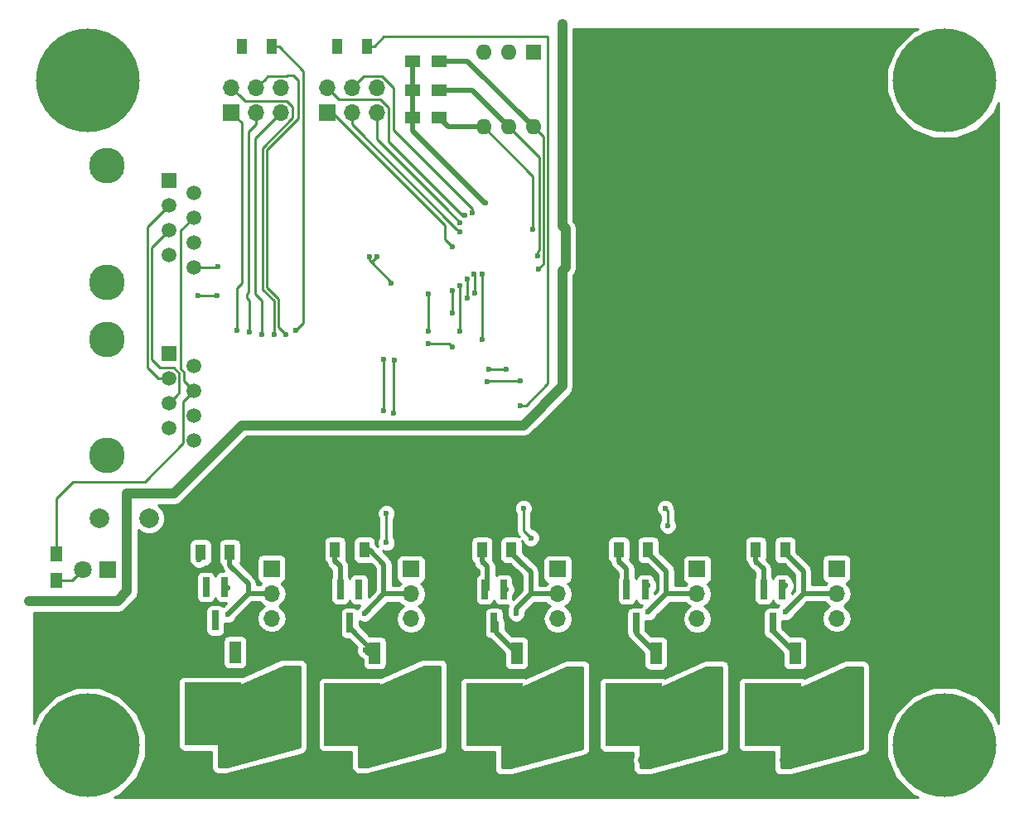
<source format=gtl>
G04 #@! TF.GenerationSoftware,KiCad,Pcbnew,(2017-11-24 revision a01d81e)-master*
G04 #@! TF.CreationDate,2018-01-08T17:27:27+01:00*
G04 #@! TF.ProjectId,PWRCTRLBRD,5057524354524C4252442E6B69636164,rev?*
G04 #@! TF.SameCoordinates,Original*
G04 #@! TF.FileFunction,Copper,L1,Top,Signal*
G04 #@! TF.FilePolarity,Positive*
%FSLAX46Y46*%
G04 Gerber Fmt 4.6, Leading zero omitted, Abs format (unit mm)*
G04 Created by KiCad (PCBNEW (2017-11-24 revision a01d81e)-master) date Monday '08en' 08. January 2018 'kl'. 17.27.27*
%MOMM*%
%LPD*%
G01*
G04 APERTURE LIST*
%ADD10C,0.900000*%
%ADD11C,10.600000*%
%ADD12C,3.650000*%
%ADD13R,1.500000X1.500000*%
%ADD14C,1.500000*%
%ADD15C,2.000000*%
%ADD16R,1.200000X2.200000*%
%ADD17R,5.800000X6.400000*%
%ADD18R,2.750000X3.050000*%
%ADD19R,1.300000X1.500000*%
%ADD20R,1.500000X1.300000*%
%ADD21R,1.600000X1.600000*%
%ADD22O,1.600000X1.600000*%
%ADD23R,1.700000X1.700000*%
%ADD24O,1.700000X1.700000*%
%ADD25R,1.800000X1.800000*%
%ADD26C,1.800000*%
%ADD27R,1.100000X1.100000*%
%ADD28R,1.000000X1.600000*%
%ADD29R,0.650000X2.000000*%
%ADD30C,0.600000*%
%ADD31C,1.000000*%
%ADD32C,0.500000*%
%ADD33C,0.250000*%
%ADD34C,0.254000*%
G04 APERTURE END LIST*
D10*
X124834749Y-146881251D03*
X122024000Y-145717000D03*
X119213251Y-146881251D03*
X118049000Y-149692000D03*
X119213251Y-152502749D03*
X122024000Y-153667000D03*
X124834749Y-152502749D03*
X125999000Y-149692000D03*
D11*
X122024000Y-149692000D03*
X122024000Y-81692000D03*
D10*
X125999000Y-81692000D03*
X124834749Y-84502749D03*
X122024000Y-85667000D03*
X119213251Y-84502749D03*
X118049000Y-81692000D03*
X119213251Y-78881251D03*
X122024000Y-77717000D03*
X124834749Y-78881251D03*
X212434749Y-78881251D03*
X209624000Y-77717000D03*
X206813251Y-78881251D03*
X205649000Y-81692000D03*
X206813251Y-84502749D03*
X209624000Y-85667000D03*
X212434749Y-84502749D03*
X213599000Y-81692000D03*
D11*
X209624000Y-81692000D03*
D12*
X123974000Y-119992000D03*
X123974000Y-108122000D03*
D13*
X130324000Y-109612000D03*
D14*
X132864000Y-110882000D03*
X130324000Y-112152000D03*
X132864000Y-113422000D03*
X130324000Y-114692000D03*
X132864000Y-115962000D03*
X130324000Y-117232000D03*
X132864000Y-118502000D03*
D15*
X128324000Y-126442000D03*
X123244000Y-126442000D03*
X176824000Y-88272000D03*
X176824000Y-83192000D03*
X184324000Y-88272000D03*
X184324000Y-83192000D03*
X191824000Y-88272000D03*
X191824000Y-83192000D03*
X199324000Y-88272000D03*
X199324000Y-83192000D03*
X142074000Y-143442000D03*
X142074000Y-148522000D03*
D12*
X123974000Y-102282000D03*
X123974000Y-90412000D03*
D13*
X130324000Y-91902000D03*
D14*
X132864000Y-93172000D03*
X130324000Y-94442000D03*
X132864000Y-95712000D03*
X130324000Y-96982000D03*
X132864000Y-98252000D03*
X130324000Y-99522000D03*
X132864000Y-100792000D03*
D15*
X156824000Y-143362000D03*
X156824000Y-148442000D03*
X171324000Y-143362000D03*
X171324000Y-148442000D03*
X185574000Y-143362000D03*
X185574000Y-148442000D03*
X199824000Y-143362000D03*
X199824000Y-148442000D03*
D16*
X137104000Y-140142000D03*
X132544000Y-140142000D03*
D17*
X134824000Y-146442000D03*
D18*
X133299000Y-148117000D03*
X136349000Y-144767000D03*
X136349000Y-148117000D03*
X133299000Y-144767000D03*
D16*
X151379000Y-140217000D03*
X146819000Y-140217000D03*
D17*
X149099000Y-146517000D03*
D18*
X147574000Y-148192000D03*
X150624000Y-144842000D03*
X150624000Y-148192000D03*
X147574000Y-144842000D03*
D16*
X165879000Y-140217000D03*
X161319000Y-140217000D03*
D17*
X163599000Y-146517000D03*
D18*
X162074000Y-148192000D03*
X165124000Y-144842000D03*
X165124000Y-148192000D03*
X162074000Y-144842000D03*
D16*
X180104000Y-140242000D03*
X175544000Y-140242000D03*
D17*
X177824000Y-146542000D03*
D18*
X176299000Y-148217000D03*
X179349000Y-144867000D03*
X179349000Y-148217000D03*
X176299000Y-144867000D03*
D16*
X194329000Y-140217000D03*
X189769000Y-140217000D03*
D17*
X192049000Y-146517000D03*
D18*
X190524000Y-148192000D03*
X193574000Y-144842000D03*
X193574000Y-148192000D03*
X190524000Y-144842000D03*
D19*
X118824000Y-132792000D03*
X118824000Y-130092000D03*
D20*
X155224000Y-79692000D03*
X157924000Y-79692000D03*
X155224000Y-82692000D03*
X157924000Y-82692000D03*
X155224000Y-85442000D03*
X157924000Y-85442000D03*
D21*
X167614000Y-78822000D03*
D22*
X162534000Y-86442000D03*
X165074000Y-78822000D03*
X165074000Y-86442000D03*
X162534000Y-78822000D03*
X167614000Y-86442000D03*
D23*
X136744000Y-84942000D03*
D24*
X136744000Y-82402000D03*
X139284000Y-84942000D03*
X139284000Y-82402000D03*
X141824000Y-84942000D03*
X141824000Y-82402000D03*
D23*
X146494000Y-84942000D03*
D24*
X146494000Y-82402000D03*
X149034000Y-84942000D03*
X149034000Y-82402000D03*
X151574000Y-84942000D03*
X151574000Y-82402000D03*
D23*
X140824000Y-131612000D03*
D24*
X140824000Y-134152000D03*
X140824000Y-136692000D03*
D23*
X155074000Y-131652000D03*
D24*
X155074000Y-134192000D03*
X155074000Y-136732000D03*
D23*
X170074000Y-131652000D03*
D24*
X170074000Y-134192000D03*
X170074000Y-136732000D03*
D23*
X184324000Y-131652000D03*
D24*
X184324000Y-134192000D03*
X184324000Y-136732000D03*
D23*
X198574000Y-131612000D03*
D24*
X198574000Y-134152000D03*
X198574000Y-136692000D03*
D25*
X124114000Y-131692000D03*
D26*
X121574000Y-131692000D03*
D11*
X209624000Y-149692000D03*
D10*
X213599000Y-149692000D03*
X212434749Y-152502749D03*
X209624000Y-153667000D03*
X206813251Y-152502749D03*
X205649000Y-149692000D03*
X206813251Y-146881251D03*
X209624000Y-145717000D03*
X212434749Y-146881251D03*
D27*
X133224000Y-151192000D03*
X136024000Y-151192000D03*
X150524000Y-151192000D03*
X147724000Y-151192000D03*
X164974000Y-151192000D03*
X162174000Y-151192000D03*
X179024000Y-151192000D03*
X176224000Y-151192000D03*
X193474000Y-151192000D03*
X190674000Y-151192000D03*
D28*
X140824000Y-78192000D03*
X137824000Y-78192000D03*
X147574000Y-78192000D03*
X150574000Y-78192000D03*
D29*
X135074000Y-136902000D03*
X134124000Y-133482000D03*
X136024000Y-133482000D03*
X149774000Y-133732000D03*
X147874000Y-133732000D03*
X148824000Y-137152000D03*
X164524000Y-133732000D03*
X162624000Y-133732000D03*
X163574000Y-137152000D03*
X178074000Y-137152000D03*
X177124000Y-133732000D03*
X179024000Y-133732000D03*
X192074000Y-137152000D03*
X191124000Y-133732000D03*
X193024000Y-133732000D03*
D28*
X136574000Y-129942000D03*
X133574000Y-129942000D03*
X147324000Y-129692000D03*
X150324000Y-129692000D03*
X165324000Y-129692000D03*
X162324000Y-129692000D03*
X176324000Y-129692000D03*
X179324000Y-129692000D03*
X193324000Y-129692000D03*
X190324000Y-129692000D03*
D30*
X147574000Y-78192000D03*
X137824000Y-78192000D03*
X176424000Y-130942000D03*
X190424000Y-130942000D03*
X162424000Y-130942000D03*
X133424000Y-130692000D03*
X147424000Y-130942000D03*
X134124000Y-133482000D03*
X156874000Y-103517000D03*
X156874000Y-107327000D03*
X156874000Y-108597000D03*
X159324000Y-108942000D03*
X162824000Y-112442000D03*
X166274000Y-112407000D03*
X151574000Y-99692000D03*
X150824000Y-99692000D03*
X153074000Y-102442000D03*
X135324000Y-100692000D03*
X161319000Y-140217000D03*
X189769000Y-140217000D03*
X175544000Y-140242000D03*
X146819000Y-140217000D03*
X132544000Y-140142000D03*
X162724000Y-94192000D03*
X135074000Y-136902000D03*
X137104000Y-140142000D03*
X150424000Y-139942000D03*
X165879000Y-140217000D03*
X180104000Y-140242000D03*
X194329000Y-140217000D03*
X159324000Y-98692000D03*
X152324008Y-110192000D03*
X152324000Y-115442000D03*
X159324000Y-105442000D03*
X159324000Y-103192000D03*
X152574000Y-125942000D03*
X153370042Y-110271599D03*
X153324000Y-115692000D03*
X160049000Y-107327000D03*
X160074000Y-102692000D03*
X160074000Y-97192000D03*
X152574000Y-128942000D03*
X166574000Y-125416968D03*
X160824000Y-101942000D03*
X160074000Y-96192000D03*
X167324010Y-128442000D03*
X160824000Y-103942000D03*
X181071771Y-125416968D03*
X181324000Y-127192000D03*
X161523994Y-101445147D03*
X160565042Y-95444986D03*
X161574000Y-103442000D03*
X163074000Y-111192000D03*
X164824000Y-111192000D03*
X162324000Y-108192000D03*
X162324000Y-101442000D03*
X161324000Y-95192000D03*
X133324004Y-103692000D03*
X135274022Y-103692000D03*
X168074000Y-100942000D03*
X167998979Y-99639030D03*
X167548968Y-96944426D03*
X136324000Y-133592000D03*
X149774000Y-133732000D03*
X164774000Y-133732000D03*
X179324000Y-133342000D03*
X193324000Y-133342000D03*
X137324000Y-107192000D03*
X141074000Y-107692000D03*
X138574000Y-107442000D03*
X142324000Y-107692000D03*
X139824000Y-107692000D03*
X143324000Y-107192000D03*
X166274000Y-114947000D03*
X136324000Y-136292000D03*
X150324000Y-136192000D03*
X165824000Y-136192000D03*
X179324000Y-136042000D03*
X193324000Y-136042000D03*
D31*
X126078001Y-133937999D02*
X125074000Y-134942000D01*
X170574000Y-75942000D02*
X170574000Y-96525260D01*
X170574000Y-96525260D02*
X170899009Y-96850269D01*
X170899009Y-96850269D02*
X170899009Y-100783731D01*
X170899009Y-100783731D02*
X170574000Y-101108740D01*
X130824000Y-123942000D02*
X126078001Y-123942000D01*
X170574000Y-101108740D02*
X170574000Y-112942000D01*
X137824000Y-116942000D02*
X130824000Y-123942000D01*
X170574000Y-112942000D02*
X166574000Y-116942000D01*
X166574000Y-116942000D02*
X137824000Y-116942000D01*
X126078001Y-123942000D02*
X126078001Y-133937999D01*
X125074000Y-134942000D02*
X116074000Y-134942000D01*
D32*
X162324000Y-129692000D02*
X162324000Y-130842000D01*
X162324000Y-130842000D02*
X162424000Y-130942000D01*
X176324000Y-129692000D02*
X176324000Y-130842000D01*
X176324000Y-130842000D02*
X176424000Y-130942000D01*
X190324000Y-129692000D02*
X190324000Y-130842000D01*
X190324000Y-130842000D02*
X190424000Y-130942000D01*
X177124000Y-133732000D02*
X177124000Y-131642000D01*
X177124000Y-131642000D02*
X176424000Y-130942000D01*
X191124000Y-133732000D02*
X191124000Y-131642000D01*
X191124000Y-131642000D02*
X190424000Y-130942000D01*
X162874000Y-133732000D02*
X162874000Y-131392000D01*
X162874000Y-131392000D02*
X162424000Y-130942000D01*
X147324000Y-129692000D02*
X147324000Y-130842000D01*
X147324000Y-130842000D02*
X147424000Y-130942000D01*
X133574000Y-129942000D02*
X133574000Y-130542000D01*
X133574000Y-130542000D02*
X133424000Y-130692000D01*
X147874000Y-133732000D02*
X147874000Y-131392000D01*
X147874000Y-131392000D02*
X147424000Y-130942000D01*
D33*
X156874000Y-103517000D02*
X156874000Y-104067000D01*
X156874000Y-104067000D02*
X156874000Y-106057000D01*
X156874000Y-107327000D02*
X156874000Y-106057000D01*
X159324000Y-108942000D02*
X158979000Y-108597000D01*
X158979000Y-108597000D02*
X156874000Y-108597000D01*
X166274000Y-112407000D02*
X162859000Y-112407000D01*
X162859000Y-112407000D02*
X162824000Y-112442000D01*
X151074000Y-100317000D02*
X150824000Y-100067000D01*
X153074000Y-102317000D02*
X151074000Y-100317000D01*
X151074000Y-100317000D02*
X151074000Y-100192000D01*
X151074000Y-100192000D02*
X151574000Y-99692000D01*
X153074000Y-102442000D02*
X153074000Y-102317000D01*
X150824000Y-100067000D02*
X150824000Y-99692000D01*
X132864000Y-100792000D02*
X135224000Y-100792000D01*
X135224000Y-100792000D02*
X135324000Y-100692000D01*
D32*
X155224000Y-79692000D02*
X155224000Y-82692000D01*
X155224000Y-82692000D02*
X155224000Y-85442000D01*
X162724000Y-94192000D02*
X162624000Y-94192000D01*
X162624000Y-94192000D02*
X155224000Y-86792000D01*
X155224000Y-86792000D02*
X155224000Y-86592000D01*
X155224000Y-86592000D02*
X155224000Y-85442000D01*
X151379000Y-140217000D02*
X150699000Y-140217000D01*
X150699000Y-140217000D02*
X150424000Y-139942000D01*
X148824000Y-137152000D02*
X148824000Y-137662000D01*
X148824000Y-137662000D02*
X151379000Y-140217000D01*
X163824000Y-137152000D02*
X163824000Y-138162000D01*
X163824000Y-138162000D02*
X165879000Y-140217000D01*
X178074000Y-137152000D02*
X178074000Y-138212000D01*
X178074000Y-138212000D02*
X180104000Y-140242000D01*
X192074000Y-137152000D02*
X192074000Y-137962000D01*
X192074000Y-137962000D02*
X194329000Y-140217000D01*
D33*
X118824000Y-132792000D02*
X120474000Y-132792000D01*
X120474000Y-132792000D02*
X121574000Y-131692000D01*
X158589543Y-97957543D02*
X158589543Y-96457543D01*
X158589543Y-96457543D02*
X147074000Y-84942000D01*
X159324000Y-98692000D02*
X158589543Y-97957543D01*
X147074000Y-84942000D02*
X146494000Y-84942000D01*
X152324000Y-110192008D02*
X152324008Y-110192000D01*
X152324000Y-115442000D02*
X152324000Y-110192008D01*
X159324000Y-103192000D02*
X159324000Y-105442000D01*
X152574000Y-128942000D02*
X152574000Y-125942000D01*
X149034000Y-84942000D02*
X149034000Y-86152000D01*
X159774001Y-96892001D02*
X160074000Y-97192000D01*
X149034000Y-86152000D02*
X159774001Y-96892001D01*
X153324000Y-110317641D02*
X153370042Y-110271599D01*
X153324000Y-115692000D02*
X153324000Y-110317641D01*
X160049000Y-102717000D02*
X160074000Y-102692000D01*
X160049000Y-107327000D02*
X160049000Y-102717000D01*
X167324010Y-128442000D02*
X166574000Y-127691990D01*
X166574000Y-127691990D02*
X166574000Y-125841232D01*
X166574000Y-125841232D02*
X166574000Y-125416968D01*
X158624013Y-94742013D02*
X151574000Y-87692000D01*
X158624013Y-94742013D02*
X158574000Y-94742013D01*
X160074000Y-96192000D02*
X158624013Y-94742013D01*
X151574000Y-87692000D02*
X151574000Y-86144081D01*
X151574000Y-86144081D02*
X151574000Y-84942000D01*
X167324000Y-128442000D02*
X167324010Y-128442000D01*
X160824000Y-101942000D02*
X160824000Y-103942000D01*
X181324000Y-125669197D02*
X181071771Y-125416968D01*
X181324000Y-127192000D02*
X181324000Y-125669197D01*
X160565042Y-95444986D02*
X160326986Y-95444986D01*
X160326986Y-95444986D02*
X152824000Y-87942000D01*
X152824000Y-87942000D02*
X152824000Y-84452998D01*
X147669001Y-83577001D02*
X147343999Y-83251999D01*
X152824000Y-84452998D02*
X152138001Y-83766999D01*
X152138001Y-83756001D02*
X151959001Y-83577001D01*
X152138001Y-83766999D02*
X152138001Y-83756001D01*
X151959001Y-83577001D02*
X147669001Y-83577001D01*
X147343999Y-83251999D02*
X146494000Y-82402000D01*
X161574000Y-101495153D02*
X161523994Y-101445147D01*
X161574000Y-103442000D02*
X161574000Y-101495153D01*
X149034000Y-82402000D02*
X150209001Y-81226999D01*
X150209001Y-81226999D02*
X152138001Y-81226999D01*
X153324000Y-82412998D02*
X153324000Y-86767736D01*
X152138001Y-81226999D02*
X153324000Y-82412998D01*
X153324000Y-86767736D02*
X161324000Y-94767736D01*
X161324000Y-94767736D02*
X161324000Y-95192000D01*
X164824000Y-111192000D02*
X163074000Y-111192000D01*
X162324000Y-101442000D02*
X162324000Y-108192000D01*
X135274022Y-103692000D02*
X133324004Y-103692000D01*
X132864000Y-113422000D02*
X131788999Y-114497001D01*
X131788999Y-114497001D02*
X131788999Y-118777001D01*
X131788999Y-118777001D02*
X127874000Y-122692000D01*
X127874000Y-122692000D02*
X120574000Y-122692000D01*
X120574000Y-122692000D02*
X118824000Y-124442000D01*
X118824000Y-124442000D02*
X118824000Y-130092000D01*
X132864000Y-95712000D02*
X131574000Y-97002000D01*
X131574000Y-97002000D02*
X131574000Y-111174587D01*
X131574000Y-111174587D02*
X131849012Y-111449599D01*
X131849012Y-111449599D02*
X131849012Y-112407012D01*
X131849012Y-112407012D02*
X132114001Y-112672001D01*
X132114001Y-112672001D02*
X132864000Y-113422000D01*
X128574000Y-110192000D02*
X129458999Y-111076999D01*
X130840001Y-111076999D02*
X131399001Y-111635999D01*
X130324000Y-96982000D02*
X128574000Y-98732000D01*
X129458999Y-111076999D02*
X130840001Y-111076999D01*
X128574000Y-98732000D02*
X128574000Y-110192000D01*
X131399001Y-111635999D02*
X131399001Y-113616999D01*
X131399001Y-113616999D02*
X131073999Y-113942001D01*
X131073999Y-113942001D02*
X130324000Y-114692000D01*
X168623989Y-100392011D02*
X168623989Y-87451989D01*
X168074000Y-100942000D02*
X168623989Y-100392011D01*
X168413999Y-87241999D02*
X167614000Y-86442000D01*
X168623989Y-87451989D02*
X168413999Y-87241999D01*
D32*
X157924000Y-79692000D02*
X160864000Y-79692000D01*
X160864000Y-79692000D02*
X167614000Y-86442000D01*
D33*
X167998979Y-99214766D02*
X167998979Y-99639030D01*
X168173978Y-99039767D02*
X167998979Y-99214766D01*
X168173978Y-89541978D02*
X168173978Y-99039767D01*
X165074000Y-86442000D02*
X168173978Y-89541978D01*
D32*
X165074000Y-86442000D02*
X161324000Y-82692000D01*
X161324000Y-82692000D02*
X157924000Y-82692000D01*
D33*
X167548968Y-96520162D02*
X167548968Y-96944426D01*
X162534000Y-86442000D02*
X167548968Y-91456968D01*
X167548968Y-91456968D02*
X167548968Y-96520162D01*
D32*
X162534000Y-86442000D02*
X158924000Y-86442000D01*
X158924000Y-86442000D02*
X157924000Y-85442000D01*
D33*
X129263340Y-112152000D02*
X130324000Y-112152000D01*
X128123989Y-111012649D02*
X129263340Y-112152000D01*
X128123989Y-96642011D02*
X128123989Y-111012649D01*
X130324000Y-94442000D02*
X128123989Y-96642011D01*
D32*
X136024000Y-133482000D02*
X136214000Y-133482000D01*
X136214000Y-133482000D02*
X136324000Y-133592000D01*
X179024000Y-133732000D02*
X179024000Y-133642000D01*
X179024000Y-133642000D02*
X179324000Y-133342000D01*
X193024000Y-133732000D02*
X193024000Y-133642000D01*
X193024000Y-133642000D02*
X193324000Y-133342000D01*
D33*
X137324000Y-107192000D02*
X137324000Y-102942000D01*
X137324000Y-102942000D02*
X137824000Y-102442000D01*
X137824000Y-102442000D02*
X137824000Y-86022000D01*
X137824000Y-86022000D02*
X136744000Y-84942000D01*
X142999001Y-85506001D02*
X142999001Y-84377999D01*
X141073999Y-104191999D02*
X139923978Y-103041979D01*
X137593999Y-83251999D02*
X136744000Y-82402000D01*
X139923978Y-103041979D02*
X139923978Y-88581021D01*
X141074000Y-107692000D02*
X141073999Y-104191999D01*
X142999001Y-84377999D02*
X142388001Y-83766999D01*
X142388001Y-83766999D02*
X138108999Y-83766999D01*
X139923978Y-88581021D02*
X142999001Y-85506001D01*
X138108999Y-83766999D02*
X137593999Y-83251999D01*
X139284000Y-84942000D02*
X139284000Y-86144081D01*
X139284000Y-86144081D02*
X138524011Y-86904070D01*
X138524011Y-86904070D02*
X138524011Y-103317725D01*
X138324000Y-103517736D02*
X138324000Y-103942000D01*
X138524011Y-103317725D02*
X138324000Y-103517736D01*
X138574000Y-107442000D02*
X138574000Y-104192000D01*
X138574000Y-104192000D02*
X138324000Y-103942000D01*
X143574000Y-81692000D02*
X143074000Y-81192000D01*
X142324000Y-107692000D02*
X141524010Y-106892010D01*
X142388001Y-81226999D02*
X140459001Y-81226999D01*
X141524010Y-106892010D02*
X141524010Y-104005600D01*
X142423000Y-81192000D02*
X142388001Y-81226999D01*
X140373989Y-102855579D02*
X140373989Y-88767421D01*
X140373989Y-88767421D02*
X143574000Y-85567410D01*
X143074000Y-81192000D02*
X142423000Y-81192000D01*
X143574000Y-85567410D02*
X143574000Y-81692000D01*
X141524010Y-104005600D02*
X140373989Y-102855579D01*
X140459001Y-81226999D02*
X140133999Y-81552001D01*
X140133999Y-81552001D02*
X139284000Y-82402000D01*
X139824000Y-107692000D02*
X139824000Y-104192000D01*
X139824000Y-104192000D02*
X139173978Y-103541978D01*
X139173978Y-103541978D02*
X139173978Y-87592022D01*
X139173978Y-87592022D02*
X141824000Y-84942000D01*
X141574000Y-78192000D02*
X140824000Y-78192000D01*
X144074000Y-80692000D02*
X141574000Y-78192000D01*
X143324000Y-107192000D02*
X144074000Y-106442000D01*
X144074000Y-106442000D02*
X144074000Y-80692000D01*
X150574000Y-78192000D02*
X151324000Y-78192000D01*
X166279000Y-114942000D02*
X166274000Y-114947000D01*
X151324000Y-78192000D02*
X152324000Y-77192000D01*
X169074000Y-112692000D02*
X166824000Y-114942000D01*
X152324000Y-77192000D02*
X169074000Y-77192000D01*
X169074000Y-77192000D02*
X169074000Y-112692000D01*
X166824000Y-114942000D02*
X166279000Y-114942000D01*
D32*
X138464000Y-134152000D02*
X138464000Y-133132000D01*
X136574000Y-131242000D02*
X136574000Y-129942000D01*
X138464000Y-133132000D02*
X136574000Y-131242000D01*
X140824000Y-134152000D02*
X138464000Y-134152000D01*
X138464000Y-134152000D02*
X136324000Y-136292000D01*
X152324000Y-134192000D02*
X152324000Y-131192000D01*
X150824000Y-129692000D02*
X150324000Y-129692000D01*
X152324000Y-131192000D02*
X150824000Y-129692000D01*
X155074000Y-134192000D02*
X152324000Y-134192000D01*
X152324000Y-134192000D02*
X150324000Y-136192000D01*
X166374000Y-130992000D02*
X167324000Y-131942000D01*
X167324000Y-131942000D02*
X167324000Y-134192000D01*
X166324000Y-130992000D02*
X166374000Y-130992000D01*
X165324000Y-129692000D02*
X165324000Y-129992000D01*
X165324000Y-129992000D02*
X166324000Y-130992000D01*
X170074000Y-134192000D02*
X167324000Y-134192000D01*
X167324000Y-134192000D02*
X165824000Y-135692000D01*
X165824000Y-135692000D02*
X165824000Y-136192000D01*
X179324000Y-129692000D02*
X179324000Y-129992000D01*
X179324000Y-129992000D02*
X181174000Y-131842000D01*
X181174000Y-131842000D02*
X181174000Y-134192000D01*
X184324000Y-134192000D02*
X181174000Y-134192000D01*
X181174000Y-134192000D02*
X179324000Y-136042000D01*
X193324000Y-129692000D02*
X193324000Y-129992000D01*
X195184000Y-131852000D02*
X195184000Y-134152000D01*
X193324000Y-129992000D02*
X195184000Y-131852000D01*
X195184000Y-134152000D02*
X195184000Y-134182000D01*
X195184000Y-134182000D02*
X193324000Y-136042000D01*
X198574000Y-134152000D02*
X195184000Y-134152000D01*
D31*
X135824000Y-151192000D02*
X135824000Y-148642000D01*
X135824000Y-148642000D02*
X136349000Y-148117000D01*
X165124000Y-150842000D02*
X164774000Y-151192000D01*
X165124000Y-148192000D02*
X165124000Y-150842000D01*
X179349000Y-150667000D02*
X178824000Y-151192000D01*
X179349000Y-148217000D02*
X179349000Y-150667000D01*
X193574000Y-150892000D02*
X193274000Y-151192000D01*
X193574000Y-148192000D02*
X193574000Y-150892000D01*
D34*
G36*
X206266484Y-76657618D02*
X204595485Y-78325703D01*
X203690032Y-80506276D01*
X203687972Y-82867365D01*
X204589618Y-85049516D01*
X206257703Y-86720515D01*
X208438276Y-87625968D01*
X210799365Y-87628028D01*
X212981516Y-86726382D01*
X214652515Y-85058297D01*
X215114000Y-83946918D01*
X215114000Y-147437164D01*
X214658382Y-146334484D01*
X212990297Y-144663485D01*
X210809724Y-143758032D01*
X208448635Y-143755972D01*
X206266484Y-144657618D01*
X204595485Y-146325703D01*
X203690032Y-148506276D01*
X203687972Y-150867365D01*
X204589618Y-153049516D01*
X206257703Y-154720515D01*
X206887429Y-154982000D01*
X124762873Y-154982000D01*
X125381516Y-154726382D01*
X127052515Y-153058297D01*
X127957968Y-150877724D01*
X127960028Y-148516635D01*
X127058382Y-146334484D01*
X125390297Y-144663485D01*
X123209724Y-143758032D01*
X120848635Y-143755972D01*
X118666484Y-144657618D01*
X116995485Y-146325703D01*
X116534000Y-147437082D01*
X116534000Y-143242000D01*
X131276560Y-143242000D01*
X131276560Y-149642000D01*
X131325843Y-149889765D01*
X131466191Y-150099809D01*
X131676235Y-150240157D01*
X131924000Y-150289440D01*
X134689000Y-150289440D01*
X134689000Y-151942000D01*
X134737336Y-152185004D01*
X134874987Y-152391013D01*
X135080996Y-152528664D01*
X135324000Y-152577000D01*
X136324000Y-152577000D01*
X136487616Y-152555559D01*
X143987616Y-150555559D01*
X144273013Y-150391013D01*
X144410664Y-150185004D01*
X144459000Y-149942000D01*
X144459000Y-143317000D01*
X145551560Y-143317000D01*
X145551560Y-149717000D01*
X145600843Y-149964765D01*
X145741191Y-150174809D01*
X145951235Y-150315157D01*
X146199000Y-150364440D01*
X149010802Y-150364440D01*
X149010802Y-151942000D01*
X149059138Y-152185004D01*
X149196789Y-152391013D01*
X149402798Y-152528664D01*
X149645802Y-152577000D01*
X150645802Y-152577000D01*
X150809418Y-152555559D01*
X158309418Y-150555559D01*
X158594815Y-150391013D01*
X158732466Y-150185004D01*
X158780802Y-149942000D01*
X158780802Y-143317000D01*
X160051560Y-143317000D01*
X160051560Y-149717000D01*
X160100843Y-149964765D01*
X160241191Y-150174809D01*
X160451235Y-150315157D01*
X160699000Y-150364440D01*
X163608841Y-150364440D01*
X163608841Y-152080043D01*
X163657177Y-152323047D01*
X163794828Y-152529056D01*
X164000837Y-152666707D01*
X164243841Y-152715043D01*
X165243841Y-152715043D01*
X165407457Y-152693602D01*
X172907457Y-150693602D01*
X173192854Y-150529056D01*
X173330505Y-150323047D01*
X173378841Y-150080043D01*
X173378841Y-143342000D01*
X174276560Y-143342000D01*
X174276560Y-149742000D01*
X174325843Y-149989765D01*
X174466191Y-150199809D01*
X174676235Y-150340157D01*
X174924000Y-150389440D01*
X177800670Y-150389440D01*
X177800670Y-150719831D01*
X177775397Y-150757655D01*
X177689000Y-151192000D01*
X177775397Y-151626345D01*
X177800670Y-151664169D01*
X177800670Y-152080043D01*
X177849006Y-152323047D01*
X177986657Y-152529056D01*
X178192666Y-152666707D01*
X178435670Y-152715043D01*
X179435670Y-152715043D01*
X179599286Y-152693602D01*
X187099286Y-150693602D01*
X187384683Y-150529056D01*
X187522334Y-150323047D01*
X187570670Y-150080043D01*
X187570670Y-143317000D01*
X188501560Y-143317000D01*
X188501560Y-149717000D01*
X188550843Y-149964765D01*
X188691191Y-150174809D01*
X188901235Y-150315157D01*
X189149000Y-150364440D01*
X192178707Y-150364440D01*
X192178707Y-150992380D01*
X192139000Y-151192000D01*
X192178707Y-151391620D01*
X192178707Y-152078079D01*
X192227043Y-152321083D01*
X192364694Y-152527092D01*
X192570703Y-152664743D01*
X192813707Y-152713079D01*
X193813707Y-152713079D01*
X193977323Y-152691638D01*
X201477323Y-150691638D01*
X201762720Y-150527092D01*
X201900371Y-150321083D01*
X201948707Y-150078079D01*
X201948707Y-141578079D01*
X201900371Y-141335075D01*
X201762720Y-141129066D01*
X201556711Y-140991415D01*
X201313707Y-140943079D01*
X199563707Y-140943079D01*
X199305809Y-140997809D01*
X195291323Y-142782025D01*
X195196765Y-142718843D01*
X194949000Y-142669560D01*
X189149000Y-142669560D01*
X188901235Y-142718843D01*
X188691191Y-142859191D01*
X188550843Y-143069235D01*
X188501560Y-143317000D01*
X187570670Y-143317000D01*
X187570670Y-141580043D01*
X187522334Y-141337039D01*
X187384683Y-141131030D01*
X187178674Y-140993379D01*
X186935670Y-140945043D01*
X185185670Y-140945043D01*
X184927772Y-140999773D01*
X180984488Y-142752344D01*
X180971765Y-142743843D01*
X180724000Y-142694560D01*
X174924000Y-142694560D01*
X174676235Y-142743843D01*
X174466191Y-142884191D01*
X174325843Y-143094235D01*
X174276560Y-143342000D01*
X173378841Y-143342000D01*
X173378841Y-141580043D01*
X173330505Y-141337039D01*
X173192854Y-141131030D01*
X172986845Y-140993379D01*
X172743841Y-140945043D01*
X170993841Y-140945043D01*
X170735943Y-140999773D01*
X166795207Y-142751211D01*
X166746765Y-142718843D01*
X166499000Y-142669560D01*
X160699000Y-142669560D01*
X160451235Y-142718843D01*
X160241191Y-142859191D01*
X160100843Y-143069235D01*
X160051560Y-143317000D01*
X158780802Y-143317000D01*
X158780802Y-141442000D01*
X158732466Y-141198996D01*
X158594815Y-140992987D01*
X158388806Y-140855336D01*
X158145802Y-140807000D01*
X156395802Y-140807000D01*
X156137904Y-140861730D01*
X152048247Y-142679356D01*
X151999000Y-142669560D01*
X146199000Y-142669560D01*
X145951235Y-142718843D01*
X145741191Y-142859191D01*
X145600843Y-143069235D01*
X145551560Y-143317000D01*
X144459000Y-143317000D01*
X144459000Y-141442000D01*
X144410664Y-141198996D01*
X144273013Y-140992987D01*
X144067004Y-140855336D01*
X143824000Y-140807000D01*
X142074000Y-140807000D01*
X141816102Y-140861730D01*
X137857491Y-142621113D01*
X137724000Y-142594560D01*
X131924000Y-142594560D01*
X131676235Y-142643843D01*
X131466191Y-142784191D01*
X131325843Y-142994235D01*
X131276560Y-143242000D01*
X116534000Y-143242000D01*
X116534000Y-139042000D01*
X135856560Y-139042000D01*
X135856560Y-141242000D01*
X135905843Y-141489765D01*
X136046191Y-141699809D01*
X136256235Y-141840157D01*
X136504000Y-141889440D01*
X137704000Y-141889440D01*
X137951765Y-141840157D01*
X138161809Y-141699809D01*
X138302157Y-141489765D01*
X138351440Y-141242000D01*
X138351440Y-139042000D01*
X138302157Y-138794235D01*
X138161809Y-138584191D01*
X137951765Y-138443843D01*
X137704000Y-138394560D01*
X136504000Y-138394560D01*
X136256235Y-138443843D01*
X136046191Y-138584191D01*
X135905843Y-138794235D01*
X135856560Y-139042000D01*
X116534000Y-139042000D01*
X116534000Y-136077000D01*
X125074000Y-136077000D01*
X125508346Y-135990603D01*
X125876566Y-135744566D01*
X126880567Y-134740565D01*
X126929830Y-134666838D01*
X127126604Y-134372345D01*
X127213001Y-133937999D01*
X127213001Y-132482000D01*
X133151560Y-132482000D01*
X133151560Y-134482000D01*
X133200843Y-134729765D01*
X133341191Y-134939809D01*
X133551235Y-135080157D01*
X133799000Y-135129440D01*
X134449000Y-135129440D01*
X134696765Y-135080157D01*
X134906809Y-134939809D01*
X135047157Y-134729765D01*
X135074000Y-134594815D01*
X135100843Y-134729765D01*
X135241191Y-134939809D01*
X135451235Y-135080157D01*
X135699000Y-135129440D01*
X136234980Y-135129440D01*
X135915164Y-135449256D01*
X135872086Y-135467055D01*
X135856809Y-135444191D01*
X135646765Y-135303843D01*
X135399000Y-135254560D01*
X134749000Y-135254560D01*
X134501235Y-135303843D01*
X134291191Y-135444191D01*
X134150843Y-135654235D01*
X134101560Y-135902000D01*
X134101560Y-137902000D01*
X134150843Y-138149765D01*
X134291191Y-138359809D01*
X134501235Y-138500157D01*
X134749000Y-138549440D01*
X135399000Y-138549440D01*
X135646765Y-138500157D01*
X135856809Y-138359809D01*
X135997157Y-138149765D01*
X136046440Y-137902000D01*
X136046440Y-137189151D01*
X136137201Y-137226838D01*
X136509167Y-137227162D01*
X136852943Y-137085117D01*
X137116192Y-136822327D01*
X137166566Y-136701014D01*
X138830579Y-135037000D01*
X139634568Y-135037000D01*
X139744853Y-135202054D01*
X140074026Y-135422000D01*
X139744853Y-135641946D01*
X139422946Y-136123715D01*
X139309907Y-136692000D01*
X139422946Y-137260285D01*
X139744853Y-137742054D01*
X140226622Y-138063961D01*
X140794907Y-138177000D01*
X140853093Y-138177000D01*
X141421378Y-138063961D01*
X141903147Y-137742054D01*
X142225054Y-137260285D01*
X142338093Y-136692000D01*
X142225054Y-136123715D01*
X141903147Y-135641946D01*
X141573974Y-135422000D01*
X141903147Y-135202054D01*
X142225054Y-134720285D01*
X142338093Y-134152000D01*
X142225054Y-133583715D01*
X141903147Y-133101946D01*
X141859223Y-133072597D01*
X141921765Y-133060157D01*
X142131809Y-132919809D01*
X142272157Y-132709765D01*
X142321440Y-132462000D01*
X142321440Y-130762000D01*
X142272157Y-130514235D01*
X142131809Y-130304191D01*
X141921765Y-130163843D01*
X141674000Y-130114560D01*
X139974000Y-130114560D01*
X139726235Y-130163843D01*
X139516191Y-130304191D01*
X139375843Y-130514235D01*
X139326560Y-130762000D01*
X139326560Y-132462000D01*
X139375843Y-132709765D01*
X139516191Y-132919809D01*
X139726235Y-133060157D01*
X139788777Y-133072597D01*
X139744853Y-133101946D01*
X139634568Y-133267000D01*
X139349000Y-133267000D01*
X139349000Y-133132005D01*
X139349001Y-133132000D01*
X139283557Y-132802999D01*
X139281633Y-132793325D01*
X139089790Y-132506210D01*
X139089787Y-132506208D01*
X137632578Y-131048998D01*
X137672157Y-130989765D01*
X137721440Y-130742000D01*
X137721440Y-129142000D01*
X137672157Y-128894235D01*
X137670664Y-128892000D01*
X146176560Y-128892000D01*
X146176560Y-130492000D01*
X146225843Y-130739765D01*
X146366191Y-130949809D01*
X146474892Y-131022441D01*
X146477264Y-131034367D01*
X146488868Y-131092702D01*
X146488838Y-131127167D01*
X146502115Y-131159301D01*
X146506367Y-131180675D01*
X146518369Y-131198637D01*
X146630883Y-131470943D01*
X146893673Y-131734192D01*
X146989000Y-131773775D01*
X146989000Y-132427129D01*
X146950843Y-132484235D01*
X146901560Y-132732000D01*
X146901560Y-134732000D01*
X146950843Y-134979765D01*
X147091191Y-135189809D01*
X147301235Y-135330157D01*
X147549000Y-135379440D01*
X148199000Y-135379440D01*
X148446765Y-135330157D01*
X148656809Y-135189809D01*
X148797157Y-134979765D01*
X148824000Y-134844815D01*
X148850843Y-134979765D01*
X148991191Y-135189809D01*
X149201235Y-135330157D01*
X149449000Y-135379440D01*
X149842113Y-135379440D01*
X149795057Y-135398883D01*
X149542367Y-135651132D01*
X149396765Y-135553843D01*
X149149000Y-135504560D01*
X148499000Y-135504560D01*
X148251235Y-135553843D01*
X148041191Y-135694191D01*
X147900843Y-135904235D01*
X147851560Y-136152000D01*
X147851560Y-138152000D01*
X147900843Y-138399765D01*
X148041191Y-138609809D01*
X148251235Y-138750157D01*
X148499000Y-138799440D01*
X148709860Y-138799440D01*
X149540936Y-139630516D01*
X149489162Y-139755201D01*
X149488838Y-140127167D01*
X149630883Y-140470943D01*
X149893673Y-140734192D01*
X150014987Y-140784566D01*
X150073208Y-140842787D01*
X150073210Y-140842790D01*
X150131560Y-140881778D01*
X150131560Y-141317000D01*
X150180843Y-141564765D01*
X150321191Y-141774809D01*
X150531235Y-141915157D01*
X150779000Y-141964440D01*
X151979000Y-141964440D01*
X152226765Y-141915157D01*
X152436809Y-141774809D01*
X152577157Y-141564765D01*
X152626440Y-141317000D01*
X152626440Y-139117000D01*
X152577157Y-138869235D01*
X152436809Y-138659191D01*
X152226765Y-138518843D01*
X151979000Y-138469560D01*
X150883139Y-138469560D01*
X149796440Y-137382860D01*
X149796440Y-136985341D01*
X150137201Y-137126838D01*
X150509167Y-137127162D01*
X150852943Y-136985117D01*
X151116192Y-136722327D01*
X151166566Y-136601014D01*
X152690579Y-135077000D01*
X153884568Y-135077000D01*
X153994853Y-135242054D01*
X154324026Y-135462000D01*
X153994853Y-135681946D01*
X153672946Y-136163715D01*
X153559907Y-136732000D01*
X153672946Y-137300285D01*
X153994853Y-137782054D01*
X154476622Y-138103961D01*
X155044907Y-138217000D01*
X155103093Y-138217000D01*
X155671378Y-138103961D01*
X156153147Y-137782054D01*
X156475054Y-137300285D01*
X156588093Y-136732000D01*
X156475054Y-136163715D01*
X156467227Y-136152000D01*
X162601560Y-136152000D01*
X162601560Y-138152000D01*
X162650843Y-138399765D01*
X162791191Y-138609809D01*
X163001235Y-138750157D01*
X163200142Y-138789722D01*
X164631560Y-140221139D01*
X164631560Y-141317000D01*
X164680843Y-141564765D01*
X164821191Y-141774809D01*
X165031235Y-141915157D01*
X165279000Y-141964440D01*
X166479000Y-141964440D01*
X166726765Y-141915157D01*
X166936809Y-141774809D01*
X167077157Y-141564765D01*
X167126440Y-141317000D01*
X167126440Y-139117000D01*
X167077157Y-138869235D01*
X166936809Y-138659191D01*
X166726765Y-138518843D01*
X166479000Y-138469560D01*
X165383140Y-138469560D01*
X164709000Y-137795420D01*
X164709000Y-137152000D01*
X164641633Y-136813325D01*
X164546440Y-136670858D01*
X164546440Y-136152000D01*
X164497157Y-135904235D01*
X164356809Y-135694191D01*
X164146765Y-135553843D01*
X163899000Y-135504560D01*
X163249000Y-135504560D01*
X163001235Y-135553843D01*
X162791191Y-135694191D01*
X162650843Y-135904235D01*
X162601560Y-136152000D01*
X156467227Y-136152000D01*
X156153147Y-135681946D01*
X155823974Y-135462000D01*
X156153147Y-135242054D01*
X156475054Y-134760285D01*
X156588093Y-134192000D01*
X156475054Y-133623715D01*
X156153147Y-133141946D01*
X156109223Y-133112597D01*
X156171765Y-133100157D01*
X156381809Y-132959809D01*
X156522157Y-132749765D01*
X156571440Y-132502000D01*
X156571440Y-130802000D01*
X156522157Y-130554235D01*
X156381809Y-130344191D01*
X156171765Y-130203843D01*
X155924000Y-130154560D01*
X154224000Y-130154560D01*
X153976235Y-130203843D01*
X153766191Y-130344191D01*
X153625843Y-130554235D01*
X153576560Y-130802000D01*
X153576560Y-132502000D01*
X153625843Y-132749765D01*
X153766191Y-132959809D01*
X153976235Y-133100157D01*
X154038777Y-133112597D01*
X153994853Y-133141946D01*
X153884568Y-133307000D01*
X153209000Y-133307000D01*
X153209000Y-131192000D01*
X153141633Y-130853325D01*
X152949790Y-130566210D01*
X152949787Y-130566208D01*
X152170389Y-129786809D01*
X152387201Y-129876838D01*
X152759167Y-129877162D01*
X153102943Y-129735117D01*
X153366192Y-129472327D01*
X153508838Y-129128799D01*
X153509044Y-128892000D01*
X161176560Y-128892000D01*
X161176560Y-130492000D01*
X161225843Y-130739765D01*
X161366191Y-130949809D01*
X161474892Y-131022441D01*
X161477264Y-131034367D01*
X161488868Y-131092702D01*
X161488838Y-131127167D01*
X161502115Y-131159301D01*
X161506367Y-131180675D01*
X161518369Y-131198637D01*
X161630883Y-131470943D01*
X161893673Y-131734192D01*
X161989000Y-131773775D01*
X161989000Y-132175427D01*
X161841191Y-132274191D01*
X161700843Y-132484235D01*
X161651560Y-132732000D01*
X161651560Y-134732000D01*
X161700843Y-134979765D01*
X161841191Y-135189809D01*
X162051235Y-135330157D01*
X162299000Y-135379440D01*
X162949000Y-135379440D01*
X163196765Y-135330157D01*
X163406809Y-135189809D01*
X163547157Y-134979765D01*
X163574000Y-134844815D01*
X163600843Y-134979765D01*
X163741191Y-135189809D01*
X163951235Y-135330157D01*
X164199000Y-135379440D01*
X164849000Y-135379440D01*
X165010364Y-135347343D01*
X165006367Y-135353325D01*
X165001788Y-135376345D01*
X164938999Y-135692000D01*
X164939000Y-135692005D01*
X164939000Y-135885178D01*
X164889162Y-136005201D01*
X164888838Y-136377167D01*
X165030883Y-136720943D01*
X165293673Y-136984192D01*
X165637201Y-137126838D01*
X166009167Y-137127162D01*
X166352943Y-136985117D01*
X166616192Y-136722327D01*
X166758838Y-136378799D01*
X166759161Y-136008419D01*
X167690579Y-135077000D01*
X168884568Y-135077000D01*
X168994853Y-135242054D01*
X169324026Y-135462000D01*
X168994853Y-135681946D01*
X168672946Y-136163715D01*
X168559907Y-136732000D01*
X168672946Y-137300285D01*
X168994853Y-137782054D01*
X169476622Y-138103961D01*
X170044907Y-138217000D01*
X170103093Y-138217000D01*
X170671378Y-138103961D01*
X171153147Y-137782054D01*
X171475054Y-137300285D01*
X171588093Y-136732000D01*
X171475054Y-136163715D01*
X171153147Y-135681946D01*
X170823974Y-135462000D01*
X171153147Y-135242054D01*
X171475054Y-134760285D01*
X171588093Y-134192000D01*
X171475054Y-133623715D01*
X171153147Y-133141946D01*
X171109223Y-133112597D01*
X171171765Y-133100157D01*
X171381809Y-132959809D01*
X171522157Y-132749765D01*
X171571440Y-132502000D01*
X171571440Y-130802000D01*
X171522157Y-130554235D01*
X171381809Y-130344191D01*
X171171765Y-130203843D01*
X170924000Y-130154560D01*
X169224000Y-130154560D01*
X168976235Y-130203843D01*
X168766191Y-130344191D01*
X168625843Y-130554235D01*
X168576560Y-130802000D01*
X168576560Y-132502000D01*
X168625843Y-132749765D01*
X168766191Y-132959809D01*
X168976235Y-133100157D01*
X169038777Y-133112597D01*
X168994853Y-133141946D01*
X168884568Y-133307000D01*
X168209000Y-133307000D01*
X168209000Y-131942005D01*
X168209001Y-131942000D01*
X168141633Y-131603326D01*
X168141633Y-131603325D01*
X167949790Y-131316210D01*
X167949787Y-131316208D01*
X166999790Y-130366210D01*
X166906971Y-130304191D01*
X166849106Y-130265526D01*
X166471440Y-129887861D01*
X166471440Y-128892000D01*
X166446530Y-128766769D01*
X166530893Y-128970943D01*
X166793683Y-129234192D01*
X167137211Y-129376838D01*
X167509177Y-129377162D01*
X167852953Y-129235117D01*
X168116202Y-128972327D01*
X168149556Y-128892000D01*
X175176560Y-128892000D01*
X175176560Y-130492000D01*
X175225843Y-130739765D01*
X175366191Y-130949809D01*
X175474892Y-131022441D01*
X175477264Y-131034367D01*
X175488868Y-131092702D01*
X175488838Y-131127167D01*
X175502115Y-131159301D01*
X175506367Y-131180675D01*
X175518369Y-131198637D01*
X175630883Y-131470943D01*
X175893673Y-131734192D01*
X176014986Y-131784566D01*
X176239000Y-132008579D01*
X176239000Y-132427129D01*
X176200843Y-132484235D01*
X176151560Y-132732000D01*
X176151560Y-134732000D01*
X176200843Y-134979765D01*
X176341191Y-135189809D01*
X176551235Y-135330157D01*
X176799000Y-135379440D01*
X177449000Y-135379440D01*
X177696765Y-135330157D01*
X177906809Y-135189809D01*
X178047157Y-134979765D01*
X178074000Y-134844815D01*
X178100843Y-134979765D01*
X178241191Y-135189809D01*
X178451235Y-135330157D01*
X178670042Y-135373680D01*
X178531808Y-135511673D01*
X178524404Y-135529504D01*
X178399000Y-135504560D01*
X177749000Y-135504560D01*
X177501235Y-135553843D01*
X177291191Y-135694191D01*
X177150843Y-135904235D01*
X177101560Y-136152000D01*
X177101560Y-138152000D01*
X177150843Y-138399765D01*
X177291191Y-138609809D01*
X177299660Y-138615468D01*
X177448210Y-138837790D01*
X178856560Y-140246139D01*
X178856560Y-141342000D01*
X178905843Y-141589765D01*
X179046191Y-141799809D01*
X179256235Y-141940157D01*
X179504000Y-141989440D01*
X180704000Y-141989440D01*
X180951765Y-141940157D01*
X181161809Y-141799809D01*
X181302157Y-141589765D01*
X181351440Y-141342000D01*
X181351440Y-139142000D01*
X181302157Y-138894235D01*
X181161809Y-138684191D01*
X180951765Y-138543843D01*
X180704000Y-138494560D01*
X179608140Y-138494560D01*
X179046440Y-137932860D01*
X179046440Y-136939151D01*
X179137201Y-136976838D01*
X179509167Y-136977162D01*
X179852943Y-136835117D01*
X180116192Y-136572327D01*
X180166566Y-136451014D01*
X181540579Y-135077000D01*
X183134568Y-135077000D01*
X183244853Y-135242054D01*
X183574026Y-135462000D01*
X183244853Y-135681946D01*
X182922946Y-136163715D01*
X182809907Y-136732000D01*
X182922946Y-137300285D01*
X183244853Y-137782054D01*
X183726622Y-138103961D01*
X184294907Y-138217000D01*
X184353093Y-138217000D01*
X184921378Y-138103961D01*
X185403147Y-137782054D01*
X185725054Y-137300285D01*
X185838093Y-136732000D01*
X185725054Y-136163715D01*
X185403147Y-135681946D01*
X185073974Y-135462000D01*
X185403147Y-135242054D01*
X185725054Y-134760285D01*
X185838093Y-134192000D01*
X185725054Y-133623715D01*
X185403147Y-133141946D01*
X185359223Y-133112597D01*
X185421765Y-133100157D01*
X185631809Y-132959809D01*
X185772157Y-132749765D01*
X185821440Y-132502000D01*
X185821440Y-130802000D01*
X185772157Y-130554235D01*
X185631809Y-130344191D01*
X185421765Y-130203843D01*
X185174000Y-130154560D01*
X183474000Y-130154560D01*
X183226235Y-130203843D01*
X183016191Y-130344191D01*
X182875843Y-130554235D01*
X182826560Y-130802000D01*
X182826560Y-132502000D01*
X182875843Y-132749765D01*
X183016191Y-132959809D01*
X183226235Y-133100157D01*
X183288777Y-133112597D01*
X183244853Y-133141946D01*
X183134568Y-133307000D01*
X182059000Y-133307000D01*
X182059000Y-131842005D01*
X182059001Y-131842000D01*
X181991633Y-131503325D01*
X181967889Y-131467790D01*
X181799790Y-131216210D01*
X181799787Y-131216208D01*
X180471440Y-129887860D01*
X180471440Y-128892000D01*
X189176560Y-128892000D01*
X189176560Y-130492000D01*
X189225843Y-130739765D01*
X189366191Y-130949809D01*
X189474892Y-131022441D01*
X189477264Y-131034367D01*
X189488868Y-131092702D01*
X189488838Y-131127167D01*
X189502115Y-131159301D01*
X189506367Y-131180675D01*
X189518369Y-131198637D01*
X189630883Y-131470943D01*
X189893673Y-131734192D01*
X190014986Y-131784566D01*
X190239000Y-132008579D01*
X190239000Y-132427129D01*
X190200843Y-132484235D01*
X190151560Y-132732000D01*
X190151560Y-134732000D01*
X190200843Y-134979765D01*
X190341191Y-135189809D01*
X190551235Y-135330157D01*
X190799000Y-135379440D01*
X191449000Y-135379440D01*
X191696765Y-135330157D01*
X191906809Y-135189809D01*
X192047157Y-134979765D01*
X192074000Y-134844815D01*
X192100843Y-134979765D01*
X192241191Y-135189809D01*
X192451235Y-135330157D01*
X192670042Y-135373680D01*
X192531808Y-135511673D01*
X192524404Y-135529504D01*
X192399000Y-135504560D01*
X191749000Y-135504560D01*
X191501235Y-135553843D01*
X191291191Y-135694191D01*
X191150843Y-135904235D01*
X191101560Y-136152000D01*
X191101560Y-138152000D01*
X191150843Y-138399765D01*
X191291191Y-138609809D01*
X191501235Y-138750157D01*
X191637727Y-138777307D01*
X193081560Y-140221139D01*
X193081560Y-141317000D01*
X193130843Y-141564765D01*
X193271191Y-141774809D01*
X193481235Y-141915157D01*
X193729000Y-141964440D01*
X194929000Y-141964440D01*
X195176765Y-141915157D01*
X195386809Y-141774809D01*
X195527157Y-141564765D01*
X195576440Y-141317000D01*
X195576440Y-139117000D01*
X195527157Y-138869235D01*
X195386809Y-138659191D01*
X195176765Y-138518843D01*
X194929000Y-138469560D01*
X193833139Y-138469560D01*
X193046440Y-137682860D01*
X193046440Y-136939151D01*
X193137201Y-136976838D01*
X193509167Y-136977162D01*
X193852943Y-136835117D01*
X194116192Y-136572327D01*
X194166566Y-136451014D01*
X195580579Y-135037000D01*
X197384568Y-135037000D01*
X197494853Y-135202054D01*
X197824026Y-135422000D01*
X197494853Y-135641946D01*
X197172946Y-136123715D01*
X197059907Y-136692000D01*
X197172946Y-137260285D01*
X197494853Y-137742054D01*
X197976622Y-138063961D01*
X198544907Y-138177000D01*
X198603093Y-138177000D01*
X199171378Y-138063961D01*
X199653147Y-137742054D01*
X199975054Y-137260285D01*
X200088093Y-136692000D01*
X199975054Y-136123715D01*
X199653147Y-135641946D01*
X199323974Y-135422000D01*
X199653147Y-135202054D01*
X199975054Y-134720285D01*
X200088093Y-134152000D01*
X199975054Y-133583715D01*
X199653147Y-133101946D01*
X199609223Y-133072597D01*
X199671765Y-133060157D01*
X199881809Y-132919809D01*
X200022157Y-132709765D01*
X200071440Y-132462000D01*
X200071440Y-130762000D01*
X200022157Y-130514235D01*
X199881809Y-130304191D01*
X199671765Y-130163843D01*
X199424000Y-130114560D01*
X197724000Y-130114560D01*
X197476235Y-130163843D01*
X197266191Y-130304191D01*
X197125843Y-130514235D01*
X197076560Y-130762000D01*
X197076560Y-132462000D01*
X197125843Y-132709765D01*
X197266191Y-132919809D01*
X197476235Y-133060157D01*
X197538777Y-133072597D01*
X197494853Y-133101946D01*
X197384568Y-133267000D01*
X196069000Y-133267000D01*
X196069000Y-131852005D01*
X196069001Y-131852000D01*
X196001633Y-131513325D01*
X195943953Y-131427000D01*
X195809790Y-131226210D01*
X195809787Y-131226208D01*
X194471440Y-129887860D01*
X194471440Y-128892000D01*
X194422157Y-128644235D01*
X194281809Y-128434191D01*
X194071765Y-128293843D01*
X193824000Y-128244560D01*
X192824000Y-128244560D01*
X192576235Y-128293843D01*
X192366191Y-128434191D01*
X192225843Y-128644235D01*
X192176560Y-128892000D01*
X192176560Y-130492000D01*
X192225843Y-130739765D01*
X192366191Y-130949809D01*
X192576235Y-131090157D01*
X192824000Y-131139440D01*
X193219860Y-131139440D01*
X194299000Y-132218579D01*
X194299000Y-133815421D01*
X193996440Y-134117981D01*
X193996440Y-133991870D01*
X194116192Y-133872327D01*
X194258838Y-133528799D01*
X194259162Y-133156833D01*
X194117117Y-132813057D01*
X193986546Y-132682258D01*
X193947157Y-132484235D01*
X193806809Y-132274191D01*
X193596765Y-132133843D01*
X193349000Y-132084560D01*
X192699000Y-132084560D01*
X192451235Y-132133843D01*
X192241191Y-132274191D01*
X192100843Y-132484235D01*
X192074000Y-132619185D01*
X192047157Y-132484235D01*
X192009000Y-132427129D01*
X192009000Y-131642000D01*
X191941633Y-131303325D01*
X191749790Y-131016210D01*
X191749787Y-131016208D01*
X191430649Y-130697070D01*
X191471440Y-130492000D01*
X191471440Y-128892000D01*
X191422157Y-128644235D01*
X191281809Y-128434191D01*
X191071765Y-128293843D01*
X190824000Y-128244560D01*
X189824000Y-128244560D01*
X189576235Y-128293843D01*
X189366191Y-128434191D01*
X189225843Y-128644235D01*
X189176560Y-128892000D01*
X180471440Y-128892000D01*
X180422157Y-128644235D01*
X180281809Y-128434191D01*
X180071765Y-128293843D01*
X179824000Y-128244560D01*
X178824000Y-128244560D01*
X178576235Y-128293843D01*
X178366191Y-128434191D01*
X178225843Y-128644235D01*
X178176560Y-128892000D01*
X178176560Y-130492000D01*
X178225843Y-130739765D01*
X178366191Y-130949809D01*
X178576235Y-131090157D01*
X178824000Y-131139440D01*
X179219860Y-131139440D01*
X180289000Y-132208579D01*
X180289000Y-133825421D01*
X179996440Y-134117981D01*
X179996440Y-133991870D01*
X180116192Y-133872327D01*
X180258838Y-133528799D01*
X180259162Y-133156833D01*
X180117117Y-132813057D01*
X179986546Y-132682258D01*
X179947157Y-132484235D01*
X179806809Y-132274191D01*
X179596765Y-132133843D01*
X179349000Y-132084560D01*
X178699000Y-132084560D01*
X178451235Y-132133843D01*
X178241191Y-132274191D01*
X178100843Y-132484235D01*
X178074000Y-132619185D01*
X178047157Y-132484235D01*
X178009000Y-132427129D01*
X178009000Y-131642000D01*
X177941633Y-131303325D01*
X177749790Y-131016210D01*
X177749787Y-131016208D01*
X177430649Y-130697070D01*
X177471440Y-130492000D01*
X177471440Y-128892000D01*
X177422157Y-128644235D01*
X177281809Y-128434191D01*
X177071765Y-128293843D01*
X176824000Y-128244560D01*
X175824000Y-128244560D01*
X175576235Y-128293843D01*
X175366191Y-128434191D01*
X175225843Y-128644235D01*
X175176560Y-128892000D01*
X168149556Y-128892000D01*
X168258848Y-128628799D01*
X168259172Y-128256833D01*
X168117127Y-127913057D01*
X167854337Y-127649808D01*
X167510809Y-127507162D01*
X167463933Y-127507121D01*
X167334000Y-127377188D01*
X167334000Y-125979431D01*
X167366192Y-125947295D01*
X167508838Y-125603767D01*
X167508839Y-125602135D01*
X180136609Y-125602135D01*
X180278654Y-125945911D01*
X180541444Y-126209160D01*
X180564000Y-126218526D01*
X180564000Y-126629537D01*
X180531808Y-126661673D01*
X180389162Y-127005201D01*
X180388838Y-127377167D01*
X180530883Y-127720943D01*
X180793673Y-127984192D01*
X181137201Y-128126838D01*
X181509167Y-128127162D01*
X181852943Y-127985117D01*
X182116192Y-127722327D01*
X182258838Y-127378799D01*
X182259162Y-127006833D01*
X182117117Y-126663057D01*
X182084000Y-126629882D01*
X182084000Y-125669197D01*
X182026148Y-125378358D01*
X182006831Y-125349447D01*
X182006933Y-125231801D01*
X181864888Y-124888025D01*
X181602098Y-124624776D01*
X181258570Y-124482130D01*
X180886604Y-124481806D01*
X180542828Y-124623851D01*
X180279579Y-124886641D01*
X180136933Y-125230169D01*
X180136609Y-125602135D01*
X167508839Y-125602135D01*
X167509162Y-125231801D01*
X167367117Y-124888025D01*
X167104327Y-124624776D01*
X166760799Y-124482130D01*
X166388833Y-124481806D01*
X166045057Y-124623851D01*
X165781808Y-124886641D01*
X165639162Y-125230169D01*
X165638838Y-125602135D01*
X165780883Y-125945911D01*
X165814000Y-125979086D01*
X165814000Y-127691990D01*
X165871852Y-127982829D01*
X166036599Y-128229391D01*
X166160025Y-128352817D01*
X166071765Y-128293843D01*
X165824000Y-128244560D01*
X164824000Y-128244560D01*
X164576235Y-128293843D01*
X164366191Y-128434191D01*
X164225843Y-128644235D01*
X164176560Y-128892000D01*
X164176560Y-130492000D01*
X164225843Y-130739765D01*
X164366191Y-130949809D01*
X164576235Y-131090157D01*
X164824000Y-131139440D01*
X165219861Y-131139440D01*
X165698208Y-131617787D01*
X165698210Y-131617790D01*
X165809274Y-131692000D01*
X165848892Y-131718472D01*
X166439000Y-132308579D01*
X166439000Y-133825421D01*
X165487506Y-134776914D01*
X165496440Y-134732000D01*
X165496440Y-134331957D01*
X165566192Y-134262327D01*
X165708838Y-133918799D01*
X165709162Y-133546833D01*
X165567117Y-133203057D01*
X165496440Y-133132257D01*
X165496440Y-132732000D01*
X165447157Y-132484235D01*
X165306809Y-132274191D01*
X165096765Y-132133843D01*
X164849000Y-132084560D01*
X164199000Y-132084560D01*
X163951235Y-132133843D01*
X163759000Y-132262291D01*
X163759000Y-131392005D01*
X163759001Y-131392000D01*
X163691633Y-131053325D01*
X163617248Y-130942000D01*
X163499790Y-130766210D01*
X163499787Y-130766208D01*
X163430649Y-130697070D01*
X163471440Y-130492000D01*
X163471440Y-128892000D01*
X163422157Y-128644235D01*
X163281809Y-128434191D01*
X163071765Y-128293843D01*
X162824000Y-128244560D01*
X161824000Y-128244560D01*
X161576235Y-128293843D01*
X161366191Y-128434191D01*
X161225843Y-128644235D01*
X161176560Y-128892000D01*
X153509044Y-128892000D01*
X153509162Y-128756833D01*
X153367117Y-128413057D01*
X153334000Y-128379882D01*
X153334000Y-126504463D01*
X153366192Y-126472327D01*
X153508838Y-126128799D01*
X153509162Y-125756833D01*
X153367117Y-125413057D01*
X153104327Y-125149808D01*
X152760799Y-125007162D01*
X152388833Y-125006838D01*
X152045057Y-125148883D01*
X151781808Y-125411673D01*
X151639162Y-125755201D01*
X151638838Y-126127167D01*
X151780883Y-126470943D01*
X151814000Y-126504118D01*
X151814000Y-128379537D01*
X151781808Y-128411673D01*
X151639162Y-128755201D01*
X151638838Y-129127167D01*
X151729031Y-129345451D01*
X151471440Y-129087860D01*
X151471440Y-128892000D01*
X151422157Y-128644235D01*
X151281809Y-128434191D01*
X151071765Y-128293843D01*
X150824000Y-128244560D01*
X149824000Y-128244560D01*
X149576235Y-128293843D01*
X149366191Y-128434191D01*
X149225843Y-128644235D01*
X149176560Y-128892000D01*
X149176560Y-130492000D01*
X149225843Y-130739765D01*
X149366191Y-130949809D01*
X149576235Y-131090157D01*
X149824000Y-131139440D01*
X150824000Y-131139440D01*
X150987365Y-131106945D01*
X151439000Y-131558579D01*
X151439000Y-133825421D01*
X150746440Y-134517981D01*
X150746440Y-132732000D01*
X150697157Y-132484235D01*
X150556809Y-132274191D01*
X150346765Y-132133843D01*
X150099000Y-132084560D01*
X149449000Y-132084560D01*
X149201235Y-132133843D01*
X148991191Y-132274191D01*
X148850843Y-132484235D01*
X148824000Y-132619185D01*
X148797157Y-132484235D01*
X148759000Y-132427129D01*
X148759000Y-131392005D01*
X148759001Y-131392000D01*
X148691633Y-131053325D01*
X148617248Y-130942000D01*
X148499790Y-130766210D01*
X148499787Y-130766208D01*
X148430649Y-130697070D01*
X148471440Y-130492000D01*
X148471440Y-128892000D01*
X148422157Y-128644235D01*
X148281809Y-128434191D01*
X148071765Y-128293843D01*
X147824000Y-128244560D01*
X146824000Y-128244560D01*
X146576235Y-128293843D01*
X146366191Y-128434191D01*
X146225843Y-128644235D01*
X146176560Y-128892000D01*
X137670664Y-128892000D01*
X137531809Y-128684191D01*
X137321765Y-128543843D01*
X137074000Y-128494560D01*
X136074000Y-128494560D01*
X135826235Y-128543843D01*
X135616191Y-128684191D01*
X135475843Y-128894235D01*
X135426560Y-129142000D01*
X135426560Y-130742000D01*
X135475843Y-130989765D01*
X135616191Y-131199809D01*
X135690481Y-131249448D01*
X135734540Y-131470943D01*
X135756367Y-131580675D01*
X135909351Y-131809633D01*
X135926007Y-131834560D01*
X135699000Y-131834560D01*
X135451235Y-131883843D01*
X135241191Y-132024191D01*
X135100843Y-132234235D01*
X135074000Y-132369185D01*
X135047157Y-132234235D01*
X134906809Y-132024191D01*
X134696765Y-131883843D01*
X134449000Y-131834560D01*
X133799000Y-131834560D01*
X133551235Y-131883843D01*
X133341191Y-132024191D01*
X133200843Y-132234235D01*
X133151560Y-132482000D01*
X127213001Y-132482000D01*
X127213001Y-129142000D01*
X132426560Y-129142000D01*
X132426560Y-130742000D01*
X132475843Y-130989765D01*
X132616191Y-131199809D01*
X132624424Y-131205310D01*
X132630883Y-131220943D01*
X132893673Y-131484192D01*
X133237201Y-131626838D01*
X133609167Y-131627162D01*
X133952943Y-131485117D01*
X134048787Y-131389440D01*
X134074000Y-131389440D01*
X134321765Y-131340157D01*
X134531809Y-131199809D01*
X134672157Y-130989765D01*
X134721440Y-130742000D01*
X134721440Y-129142000D01*
X134672157Y-128894235D01*
X134531809Y-128684191D01*
X134321765Y-128543843D01*
X134074000Y-128494560D01*
X133074000Y-128494560D01*
X132826235Y-128543843D01*
X132616191Y-128684191D01*
X132475843Y-128894235D01*
X132426560Y-129142000D01*
X127213001Y-129142000D01*
X127213001Y-127643321D01*
X127396637Y-127827278D01*
X127997352Y-128076716D01*
X128647795Y-128077284D01*
X129248943Y-127828894D01*
X129709278Y-127369363D01*
X129958716Y-126768648D01*
X129959284Y-126118205D01*
X129710894Y-125517057D01*
X129271606Y-125077000D01*
X130824000Y-125077000D01*
X131258346Y-124990603D01*
X131626566Y-124744566D01*
X138294132Y-118077000D01*
X166574000Y-118077000D01*
X167008346Y-117990603D01*
X167376566Y-117744566D01*
X171376566Y-113744566D01*
X171408826Y-113696285D01*
X171622603Y-113376346D01*
X171709000Y-112942000D01*
X171709000Y-101575185D01*
X171721151Y-101557000D01*
X171947612Y-101218077D01*
X172034009Y-100783731D01*
X172034009Y-96850269D01*
X171947612Y-96415923D01*
X171709000Y-96058815D01*
X171709000Y-76402000D01*
X206885127Y-76402000D01*
X206266484Y-76657618D01*
X206266484Y-76657618D01*
G37*
X206266484Y-76657618D02*
X204595485Y-78325703D01*
X203690032Y-80506276D01*
X203687972Y-82867365D01*
X204589618Y-85049516D01*
X206257703Y-86720515D01*
X208438276Y-87625968D01*
X210799365Y-87628028D01*
X212981516Y-86726382D01*
X214652515Y-85058297D01*
X215114000Y-83946918D01*
X215114000Y-147437164D01*
X214658382Y-146334484D01*
X212990297Y-144663485D01*
X210809724Y-143758032D01*
X208448635Y-143755972D01*
X206266484Y-144657618D01*
X204595485Y-146325703D01*
X203690032Y-148506276D01*
X203687972Y-150867365D01*
X204589618Y-153049516D01*
X206257703Y-154720515D01*
X206887429Y-154982000D01*
X124762873Y-154982000D01*
X125381516Y-154726382D01*
X127052515Y-153058297D01*
X127957968Y-150877724D01*
X127960028Y-148516635D01*
X127058382Y-146334484D01*
X125390297Y-144663485D01*
X123209724Y-143758032D01*
X120848635Y-143755972D01*
X118666484Y-144657618D01*
X116995485Y-146325703D01*
X116534000Y-147437082D01*
X116534000Y-143242000D01*
X131276560Y-143242000D01*
X131276560Y-149642000D01*
X131325843Y-149889765D01*
X131466191Y-150099809D01*
X131676235Y-150240157D01*
X131924000Y-150289440D01*
X134689000Y-150289440D01*
X134689000Y-151942000D01*
X134737336Y-152185004D01*
X134874987Y-152391013D01*
X135080996Y-152528664D01*
X135324000Y-152577000D01*
X136324000Y-152577000D01*
X136487616Y-152555559D01*
X143987616Y-150555559D01*
X144273013Y-150391013D01*
X144410664Y-150185004D01*
X144459000Y-149942000D01*
X144459000Y-143317000D01*
X145551560Y-143317000D01*
X145551560Y-149717000D01*
X145600843Y-149964765D01*
X145741191Y-150174809D01*
X145951235Y-150315157D01*
X146199000Y-150364440D01*
X149010802Y-150364440D01*
X149010802Y-151942000D01*
X149059138Y-152185004D01*
X149196789Y-152391013D01*
X149402798Y-152528664D01*
X149645802Y-152577000D01*
X150645802Y-152577000D01*
X150809418Y-152555559D01*
X158309418Y-150555559D01*
X158594815Y-150391013D01*
X158732466Y-150185004D01*
X158780802Y-149942000D01*
X158780802Y-143317000D01*
X160051560Y-143317000D01*
X160051560Y-149717000D01*
X160100843Y-149964765D01*
X160241191Y-150174809D01*
X160451235Y-150315157D01*
X160699000Y-150364440D01*
X163608841Y-150364440D01*
X163608841Y-152080043D01*
X163657177Y-152323047D01*
X163794828Y-152529056D01*
X164000837Y-152666707D01*
X164243841Y-152715043D01*
X165243841Y-152715043D01*
X165407457Y-152693602D01*
X172907457Y-150693602D01*
X173192854Y-150529056D01*
X173330505Y-150323047D01*
X173378841Y-150080043D01*
X173378841Y-143342000D01*
X174276560Y-143342000D01*
X174276560Y-149742000D01*
X174325843Y-149989765D01*
X174466191Y-150199809D01*
X174676235Y-150340157D01*
X174924000Y-150389440D01*
X177800670Y-150389440D01*
X177800670Y-150719831D01*
X177775397Y-150757655D01*
X177689000Y-151192000D01*
X177775397Y-151626345D01*
X177800670Y-151664169D01*
X177800670Y-152080043D01*
X177849006Y-152323047D01*
X177986657Y-152529056D01*
X178192666Y-152666707D01*
X178435670Y-152715043D01*
X179435670Y-152715043D01*
X179599286Y-152693602D01*
X187099286Y-150693602D01*
X187384683Y-150529056D01*
X187522334Y-150323047D01*
X187570670Y-150080043D01*
X187570670Y-143317000D01*
X188501560Y-143317000D01*
X188501560Y-149717000D01*
X188550843Y-149964765D01*
X188691191Y-150174809D01*
X188901235Y-150315157D01*
X189149000Y-150364440D01*
X192178707Y-150364440D01*
X192178707Y-150992380D01*
X192139000Y-151192000D01*
X192178707Y-151391620D01*
X192178707Y-152078079D01*
X192227043Y-152321083D01*
X192364694Y-152527092D01*
X192570703Y-152664743D01*
X192813707Y-152713079D01*
X193813707Y-152713079D01*
X193977323Y-152691638D01*
X201477323Y-150691638D01*
X201762720Y-150527092D01*
X201900371Y-150321083D01*
X201948707Y-150078079D01*
X201948707Y-141578079D01*
X201900371Y-141335075D01*
X201762720Y-141129066D01*
X201556711Y-140991415D01*
X201313707Y-140943079D01*
X199563707Y-140943079D01*
X199305809Y-140997809D01*
X195291323Y-142782025D01*
X195196765Y-142718843D01*
X194949000Y-142669560D01*
X189149000Y-142669560D01*
X188901235Y-142718843D01*
X188691191Y-142859191D01*
X188550843Y-143069235D01*
X188501560Y-143317000D01*
X187570670Y-143317000D01*
X187570670Y-141580043D01*
X187522334Y-141337039D01*
X187384683Y-141131030D01*
X187178674Y-140993379D01*
X186935670Y-140945043D01*
X185185670Y-140945043D01*
X184927772Y-140999773D01*
X180984488Y-142752344D01*
X180971765Y-142743843D01*
X180724000Y-142694560D01*
X174924000Y-142694560D01*
X174676235Y-142743843D01*
X174466191Y-142884191D01*
X174325843Y-143094235D01*
X174276560Y-143342000D01*
X173378841Y-143342000D01*
X173378841Y-141580043D01*
X173330505Y-141337039D01*
X173192854Y-141131030D01*
X172986845Y-140993379D01*
X172743841Y-140945043D01*
X170993841Y-140945043D01*
X170735943Y-140999773D01*
X166795207Y-142751211D01*
X166746765Y-142718843D01*
X166499000Y-142669560D01*
X160699000Y-142669560D01*
X160451235Y-142718843D01*
X160241191Y-142859191D01*
X160100843Y-143069235D01*
X160051560Y-143317000D01*
X158780802Y-143317000D01*
X158780802Y-141442000D01*
X158732466Y-141198996D01*
X158594815Y-140992987D01*
X158388806Y-140855336D01*
X158145802Y-140807000D01*
X156395802Y-140807000D01*
X156137904Y-140861730D01*
X152048247Y-142679356D01*
X151999000Y-142669560D01*
X146199000Y-142669560D01*
X145951235Y-142718843D01*
X145741191Y-142859191D01*
X145600843Y-143069235D01*
X145551560Y-143317000D01*
X144459000Y-143317000D01*
X144459000Y-141442000D01*
X144410664Y-141198996D01*
X144273013Y-140992987D01*
X144067004Y-140855336D01*
X143824000Y-140807000D01*
X142074000Y-140807000D01*
X141816102Y-140861730D01*
X137857491Y-142621113D01*
X137724000Y-142594560D01*
X131924000Y-142594560D01*
X131676235Y-142643843D01*
X131466191Y-142784191D01*
X131325843Y-142994235D01*
X131276560Y-143242000D01*
X116534000Y-143242000D01*
X116534000Y-139042000D01*
X135856560Y-139042000D01*
X135856560Y-141242000D01*
X135905843Y-141489765D01*
X136046191Y-141699809D01*
X136256235Y-141840157D01*
X136504000Y-141889440D01*
X137704000Y-141889440D01*
X137951765Y-141840157D01*
X138161809Y-141699809D01*
X138302157Y-141489765D01*
X138351440Y-141242000D01*
X138351440Y-139042000D01*
X138302157Y-138794235D01*
X138161809Y-138584191D01*
X137951765Y-138443843D01*
X137704000Y-138394560D01*
X136504000Y-138394560D01*
X136256235Y-138443843D01*
X136046191Y-138584191D01*
X135905843Y-138794235D01*
X135856560Y-139042000D01*
X116534000Y-139042000D01*
X116534000Y-136077000D01*
X125074000Y-136077000D01*
X125508346Y-135990603D01*
X125876566Y-135744566D01*
X126880567Y-134740565D01*
X126929830Y-134666838D01*
X127126604Y-134372345D01*
X127213001Y-133937999D01*
X127213001Y-132482000D01*
X133151560Y-132482000D01*
X133151560Y-134482000D01*
X133200843Y-134729765D01*
X133341191Y-134939809D01*
X133551235Y-135080157D01*
X133799000Y-135129440D01*
X134449000Y-135129440D01*
X134696765Y-135080157D01*
X134906809Y-134939809D01*
X135047157Y-134729765D01*
X135074000Y-134594815D01*
X135100843Y-134729765D01*
X135241191Y-134939809D01*
X135451235Y-135080157D01*
X135699000Y-135129440D01*
X136234980Y-135129440D01*
X135915164Y-135449256D01*
X135872086Y-135467055D01*
X135856809Y-135444191D01*
X135646765Y-135303843D01*
X135399000Y-135254560D01*
X134749000Y-135254560D01*
X134501235Y-135303843D01*
X134291191Y-135444191D01*
X134150843Y-135654235D01*
X134101560Y-135902000D01*
X134101560Y-137902000D01*
X134150843Y-138149765D01*
X134291191Y-138359809D01*
X134501235Y-138500157D01*
X134749000Y-138549440D01*
X135399000Y-138549440D01*
X135646765Y-138500157D01*
X135856809Y-138359809D01*
X135997157Y-138149765D01*
X136046440Y-137902000D01*
X136046440Y-137189151D01*
X136137201Y-137226838D01*
X136509167Y-137227162D01*
X136852943Y-137085117D01*
X137116192Y-136822327D01*
X137166566Y-136701014D01*
X138830579Y-135037000D01*
X139634568Y-135037000D01*
X139744853Y-135202054D01*
X140074026Y-135422000D01*
X139744853Y-135641946D01*
X139422946Y-136123715D01*
X139309907Y-136692000D01*
X139422946Y-137260285D01*
X139744853Y-137742054D01*
X140226622Y-138063961D01*
X140794907Y-138177000D01*
X140853093Y-138177000D01*
X141421378Y-138063961D01*
X141903147Y-137742054D01*
X142225054Y-137260285D01*
X142338093Y-136692000D01*
X142225054Y-136123715D01*
X141903147Y-135641946D01*
X141573974Y-135422000D01*
X141903147Y-135202054D01*
X142225054Y-134720285D01*
X142338093Y-134152000D01*
X142225054Y-133583715D01*
X141903147Y-133101946D01*
X141859223Y-133072597D01*
X141921765Y-133060157D01*
X142131809Y-132919809D01*
X142272157Y-132709765D01*
X142321440Y-132462000D01*
X142321440Y-130762000D01*
X142272157Y-130514235D01*
X142131809Y-130304191D01*
X141921765Y-130163843D01*
X141674000Y-130114560D01*
X139974000Y-130114560D01*
X139726235Y-130163843D01*
X139516191Y-130304191D01*
X139375843Y-130514235D01*
X139326560Y-130762000D01*
X139326560Y-132462000D01*
X139375843Y-132709765D01*
X139516191Y-132919809D01*
X139726235Y-133060157D01*
X139788777Y-133072597D01*
X139744853Y-133101946D01*
X139634568Y-133267000D01*
X139349000Y-133267000D01*
X139349000Y-133132005D01*
X139349001Y-133132000D01*
X139283557Y-132802999D01*
X139281633Y-132793325D01*
X139089790Y-132506210D01*
X139089787Y-132506208D01*
X137632578Y-131048998D01*
X137672157Y-130989765D01*
X137721440Y-130742000D01*
X137721440Y-129142000D01*
X137672157Y-128894235D01*
X137670664Y-128892000D01*
X146176560Y-128892000D01*
X146176560Y-130492000D01*
X146225843Y-130739765D01*
X146366191Y-130949809D01*
X146474892Y-131022441D01*
X146477264Y-131034367D01*
X146488868Y-131092702D01*
X146488838Y-131127167D01*
X146502115Y-131159301D01*
X146506367Y-131180675D01*
X146518369Y-131198637D01*
X146630883Y-131470943D01*
X146893673Y-131734192D01*
X146989000Y-131773775D01*
X146989000Y-132427129D01*
X146950843Y-132484235D01*
X146901560Y-132732000D01*
X146901560Y-134732000D01*
X146950843Y-134979765D01*
X147091191Y-135189809D01*
X147301235Y-135330157D01*
X147549000Y-135379440D01*
X148199000Y-135379440D01*
X148446765Y-135330157D01*
X148656809Y-135189809D01*
X148797157Y-134979765D01*
X148824000Y-134844815D01*
X148850843Y-134979765D01*
X148991191Y-135189809D01*
X149201235Y-135330157D01*
X149449000Y-135379440D01*
X149842113Y-135379440D01*
X149795057Y-135398883D01*
X149542367Y-135651132D01*
X149396765Y-135553843D01*
X149149000Y-135504560D01*
X148499000Y-135504560D01*
X148251235Y-135553843D01*
X148041191Y-135694191D01*
X147900843Y-135904235D01*
X147851560Y-136152000D01*
X147851560Y-138152000D01*
X147900843Y-138399765D01*
X148041191Y-138609809D01*
X148251235Y-138750157D01*
X148499000Y-138799440D01*
X148709860Y-138799440D01*
X149540936Y-139630516D01*
X149489162Y-139755201D01*
X149488838Y-140127167D01*
X149630883Y-140470943D01*
X149893673Y-140734192D01*
X150014987Y-140784566D01*
X150073208Y-140842787D01*
X150073210Y-140842790D01*
X150131560Y-140881778D01*
X150131560Y-141317000D01*
X150180843Y-141564765D01*
X150321191Y-141774809D01*
X150531235Y-141915157D01*
X150779000Y-141964440D01*
X151979000Y-141964440D01*
X152226765Y-141915157D01*
X152436809Y-141774809D01*
X152577157Y-141564765D01*
X152626440Y-141317000D01*
X152626440Y-139117000D01*
X152577157Y-138869235D01*
X152436809Y-138659191D01*
X152226765Y-138518843D01*
X151979000Y-138469560D01*
X150883139Y-138469560D01*
X149796440Y-137382860D01*
X149796440Y-136985341D01*
X150137201Y-137126838D01*
X150509167Y-137127162D01*
X150852943Y-136985117D01*
X151116192Y-136722327D01*
X151166566Y-136601014D01*
X152690579Y-135077000D01*
X153884568Y-135077000D01*
X153994853Y-135242054D01*
X154324026Y-135462000D01*
X153994853Y-135681946D01*
X153672946Y-136163715D01*
X153559907Y-136732000D01*
X153672946Y-137300285D01*
X153994853Y-137782054D01*
X154476622Y-138103961D01*
X155044907Y-138217000D01*
X155103093Y-138217000D01*
X155671378Y-138103961D01*
X156153147Y-137782054D01*
X156475054Y-137300285D01*
X156588093Y-136732000D01*
X156475054Y-136163715D01*
X156467227Y-136152000D01*
X162601560Y-136152000D01*
X162601560Y-138152000D01*
X162650843Y-138399765D01*
X162791191Y-138609809D01*
X163001235Y-138750157D01*
X163200142Y-138789722D01*
X164631560Y-140221139D01*
X164631560Y-141317000D01*
X164680843Y-141564765D01*
X164821191Y-141774809D01*
X165031235Y-141915157D01*
X165279000Y-141964440D01*
X166479000Y-141964440D01*
X166726765Y-141915157D01*
X166936809Y-141774809D01*
X167077157Y-141564765D01*
X167126440Y-141317000D01*
X167126440Y-139117000D01*
X167077157Y-138869235D01*
X166936809Y-138659191D01*
X166726765Y-138518843D01*
X166479000Y-138469560D01*
X165383140Y-138469560D01*
X164709000Y-137795420D01*
X164709000Y-137152000D01*
X164641633Y-136813325D01*
X164546440Y-136670858D01*
X164546440Y-136152000D01*
X164497157Y-135904235D01*
X164356809Y-135694191D01*
X164146765Y-135553843D01*
X163899000Y-135504560D01*
X163249000Y-135504560D01*
X163001235Y-135553843D01*
X162791191Y-135694191D01*
X162650843Y-135904235D01*
X162601560Y-136152000D01*
X156467227Y-136152000D01*
X156153147Y-135681946D01*
X155823974Y-135462000D01*
X156153147Y-135242054D01*
X156475054Y-134760285D01*
X156588093Y-134192000D01*
X156475054Y-133623715D01*
X156153147Y-133141946D01*
X156109223Y-133112597D01*
X156171765Y-133100157D01*
X156381809Y-132959809D01*
X156522157Y-132749765D01*
X156571440Y-132502000D01*
X156571440Y-130802000D01*
X156522157Y-130554235D01*
X156381809Y-130344191D01*
X156171765Y-130203843D01*
X155924000Y-130154560D01*
X154224000Y-130154560D01*
X153976235Y-130203843D01*
X153766191Y-130344191D01*
X153625843Y-130554235D01*
X153576560Y-130802000D01*
X153576560Y-132502000D01*
X153625843Y-132749765D01*
X153766191Y-132959809D01*
X153976235Y-133100157D01*
X154038777Y-133112597D01*
X153994853Y-133141946D01*
X153884568Y-133307000D01*
X153209000Y-133307000D01*
X153209000Y-131192000D01*
X153141633Y-130853325D01*
X152949790Y-130566210D01*
X152949787Y-130566208D01*
X152170389Y-129786809D01*
X152387201Y-129876838D01*
X152759167Y-129877162D01*
X153102943Y-129735117D01*
X153366192Y-129472327D01*
X153508838Y-129128799D01*
X153509044Y-128892000D01*
X161176560Y-128892000D01*
X161176560Y-130492000D01*
X161225843Y-130739765D01*
X161366191Y-130949809D01*
X161474892Y-131022441D01*
X161477264Y-131034367D01*
X161488868Y-131092702D01*
X161488838Y-131127167D01*
X161502115Y-131159301D01*
X161506367Y-131180675D01*
X161518369Y-131198637D01*
X161630883Y-131470943D01*
X161893673Y-131734192D01*
X161989000Y-131773775D01*
X161989000Y-132175427D01*
X161841191Y-132274191D01*
X161700843Y-132484235D01*
X161651560Y-132732000D01*
X161651560Y-134732000D01*
X161700843Y-134979765D01*
X161841191Y-135189809D01*
X162051235Y-135330157D01*
X162299000Y-135379440D01*
X162949000Y-135379440D01*
X163196765Y-135330157D01*
X163406809Y-135189809D01*
X163547157Y-134979765D01*
X163574000Y-134844815D01*
X163600843Y-134979765D01*
X163741191Y-135189809D01*
X163951235Y-135330157D01*
X164199000Y-135379440D01*
X164849000Y-135379440D01*
X165010364Y-135347343D01*
X165006367Y-135353325D01*
X165001788Y-135376345D01*
X164938999Y-135692000D01*
X164939000Y-135692005D01*
X164939000Y-135885178D01*
X164889162Y-136005201D01*
X164888838Y-136377167D01*
X165030883Y-136720943D01*
X165293673Y-136984192D01*
X165637201Y-137126838D01*
X166009167Y-137127162D01*
X166352943Y-136985117D01*
X166616192Y-136722327D01*
X166758838Y-136378799D01*
X166759161Y-136008419D01*
X167690579Y-135077000D01*
X168884568Y-135077000D01*
X168994853Y-135242054D01*
X169324026Y-135462000D01*
X168994853Y-135681946D01*
X168672946Y-136163715D01*
X168559907Y-136732000D01*
X168672946Y-137300285D01*
X168994853Y-137782054D01*
X169476622Y-138103961D01*
X170044907Y-138217000D01*
X170103093Y-138217000D01*
X170671378Y-138103961D01*
X171153147Y-137782054D01*
X171475054Y-137300285D01*
X171588093Y-136732000D01*
X171475054Y-136163715D01*
X171153147Y-135681946D01*
X170823974Y-135462000D01*
X171153147Y-135242054D01*
X171475054Y-134760285D01*
X171588093Y-134192000D01*
X171475054Y-133623715D01*
X171153147Y-133141946D01*
X171109223Y-133112597D01*
X171171765Y-133100157D01*
X171381809Y-132959809D01*
X171522157Y-132749765D01*
X171571440Y-132502000D01*
X171571440Y-130802000D01*
X171522157Y-130554235D01*
X171381809Y-130344191D01*
X171171765Y-130203843D01*
X170924000Y-130154560D01*
X169224000Y-130154560D01*
X168976235Y-130203843D01*
X168766191Y-130344191D01*
X168625843Y-130554235D01*
X168576560Y-130802000D01*
X168576560Y-132502000D01*
X168625843Y-132749765D01*
X168766191Y-132959809D01*
X168976235Y-133100157D01*
X169038777Y-133112597D01*
X168994853Y-133141946D01*
X168884568Y-133307000D01*
X168209000Y-133307000D01*
X168209000Y-131942005D01*
X168209001Y-131942000D01*
X168141633Y-131603326D01*
X168141633Y-131603325D01*
X167949790Y-131316210D01*
X167949787Y-131316208D01*
X166999790Y-130366210D01*
X166906971Y-130304191D01*
X166849106Y-130265526D01*
X166471440Y-129887861D01*
X166471440Y-128892000D01*
X166446530Y-128766769D01*
X166530893Y-128970943D01*
X166793683Y-129234192D01*
X167137211Y-129376838D01*
X167509177Y-129377162D01*
X167852953Y-129235117D01*
X168116202Y-128972327D01*
X168149556Y-128892000D01*
X175176560Y-128892000D01*
X175176560Y-130492000D01*
X175225843Y-130739765D01*
X175366191Y-130949809D01*
X175474892Y-131022441D01*
X175477264Y-131034367D01*
X175488868Y-131092702D01*
X175488838Y-131127167D01*
X175502115Y-131159301D01*
X175506367Y-131180675D01*
X175518369Y-131198637D01*
X175630883Y-131470943D01*
X175893673Y-131734192D01*
X176014986Y-131784566D01*
X176239000Y-132008579D01*
X176239000Y-132427129D01*
X176200843Y-132484235D01*
X176151560Y-132732000D01*
X176151560Y-134732000D01*
X176200843Y-134979765D01*
X176341191Y-135189809D01*
X176551235Y-135330157D01*
X176799000Y-135379440D01*
X177449000Y-135379440D01*
X177696765Y-135330157D01*
X177906809Y-135189809D01*
X178047157Y-134979765D01*
X178074000Y-134844815D01*
X178100843Y-134979765D01*
X178241191Y-135189809D01*
X178451235Y-135330157D01*
X178670042Y-135373680D01*
X178531808Y-135511673D01*
X178524404Y-135529504D01*
X178399000Y-135504560D01*
X177749000Y-135504560D01*
X177501235Y-135553843D01*
X177291191Y-135694191D01*
X177150843Y-135904235D01*
X177101560Y-136152000D01*
X177101560Y-138152000D01*
X177150843Y-138399765D01*
X177291191Y-138609809D01*
X177299660Y-138615468D01*
X177448210Y-138837790D01*
X178856560Y-140246139D01*
X178856560Y-141342000D01*
X178905843Y-141589765D01*
X179046191Y-141799809D01*
X179256235Y-141940157D01*
X179504000Y-141989440D01*
X180704000Y-141989440D01*
X180951765Y-141940157D01*
X181161809Y-141799809D01*
X181302157Y-141589765D01*
X181351440Y-141342000D01*
X181351440Y-139142000D01*
X181302157Y-138894235D01*
X181161809Y-138684191D01*
X180951765Y-138543843D01*
X180704000Y-138494560D01*
X179608140Y-138494560D01*
X179046440Y-137932860D01*
X179046440Y-136939151D01*
X179137201Y-136976838D01*
X179509167Y-136977162D01*
X179852943Y-136835117D01*
X180116192Y-136572327D01*
X180166566Y-136451014D01*
X181540579Y-135077000D01*
X183134568Y-135077000D01*
X183244853Y-135242054D01*
X183574026Y-135462000D01*
X183244853Y-135681946D01*
X182922946Y-136163715D01*
X182809907Y-136732000D01*
X182922946Y-137300285D01*
X183244853Y-137782054D01*
X183726622Y-138103961D01*
X184294907Y-138217000D01*
X184353093Y-138217000D01*
X184921378Y-138103961D01*
X185403147Y-137782054D01*
X185725054Y-137300285D01*
X185838093Y-136732000D01*
X185725054Y-136163715D01*
X185403147Y-135681946D01*
X185073974Y-135462000D01*
X185403147Y-135242054D01*
X185725054Y-134760285D01*
X185838093Y-134192000D01*
X185725054Y-133623715D01*
X185403147Y-133141946D01*
X185359223Y-133112597D01*
X185421765Y-133100157D01*
X185631809Y-132959809D01*
X185772157Y-132749765D01*
X185821440Y-132502000D01*
X185821440Y-130802000D01*
X185772157Y-130554235D01*
X185631809Y-130344191D01*
X185421765Y-130203843D01*
X185174000Y-130154560D01*
X183474000Y-130154560D01*
X183226235Y-130203843D01*
X183016191Y-130344191D01*
X182875843Y-130554235D01*
X182826560Y-130802000D01*
X182826560Y-132502000D01*
X182875843Y-132749765D01*
X183016191Y-132959809D01*
X183226235Y-133100157D01*
X183288777Y-133112597D01*
X183244853Y-133141946D01*
X183134568Y-133307000D01*
X182059000Y-133307000D01*
X182059000Y-131842005D01*
X182059001Y-131842000D01*
X181991633Y-131503325D01*
X181967889Y-131467790D01*
X181799790Y-131216210D01*
X181799787Y-131216208D01*
X180471440Y-129887860D01*
X180471440Y-128892000D01*
X189176560Y-128892000D01*
X189176560Y-130492000D01*
X189225843Y-130739765D01*
X189366191Y-130949809D01*
X189474892Y-131022441D01*
X189477264Y-131034367D01*
X189488868Y-131092702D01*
X189488838Y-131127167D01*
X189502115Y-131159301D01*
X189506367Y-131180675D01*
X189518369Y-131198637D01*
X189630883Y-131470943D01*
X189893673Y-131734192D01*
X190014986Y-131784566D01*
X190239000Y-132008579D01*
X190239000Y-132427129D01*
X190200843Y-132484235D01*
X190151560Y-132732000D01*
X190151560Y-134732000D01*
X190200843Y-134979765D01*
X190341191Y-135189809D01*
X190551235Y-135330157D01*
X190799000Y-135379440D01*
X191449000Y-135379440D01*
X191696765Y-135330157D01*
X191906809Y-135189809D01*
X192047157Y-134979765D01*
X192074000Y-134844815D01*
X192100843Y-134979765D01*
X192241191Y-135189809D01*
X192451235Y-135330157D01*
X192670042Y-135373680D01*
X192531808Y-135511673D01*
X192524404Y-135529504D01*
X192399000Y-135504560D01*
X191749000Y-135504560D01*
X191501235Y-135553843D01*
X191291191Y-135694191D01*
X191150843Y-135904235D01*
X191101560Y-136152000D01*
X191101560Y-138152000D01*
X191150843Y-138399765D01*
X191291191Y-138609809D01*
X191501235Y-138750157D01*
X191637727Y-138777307D01*
X193081560Y-140221139D01*
X193081560Y-141317000D01*
X193130843Y-141564765D01*
X193271191Y-141774809D01*
X193481235Y-141915157D01*
X193729000Y-141964440D01*
X194929000Y-141964440D01*
X195176765Y-141915157D01*
X195386809Y-141774809D01*
X195527157Y-141564765D01*
X195576440Y-141317000D01*
X195576440Y-139117000D01*
X195527157Y-138869235D01*
X195386809Y-138659191D01*
X195176765Y-138518843D01*
X194929000Y-138469560D01*
X193833139Y-138469560D01*
X193046440Y-137682860D01*
X193046440Y-136939151D01*
X193137201Y-136976838D01*
X193509167Y-136977162D01*
X193852943Y-136835117D01*
X194116192Y-136572327D01*
X194166566Y-136451014D01*
X195580579Y-135037000D01*
X197384568Y-135037000D01*
X197494853Y-135202054D01*
X197824026Y-135422000D01*
X197494853Y-135641946D01*
X197172946Y-136123715D01*
X197059907Y-136692000D01*
X197172946Y-137260285D01*
X197494853Y-137742054D01*
X197976622Y-138063961D01*
X198544907Y-138177000D01*
X198603093Y-138177000D01*
X199171378Y-138063961D01*
X199653147Y-137742054D01*
X199975054Y-137260285D01*
X200088093Y-136692000D01*
X199975054Y-136123715D01*
X199653147Y-135641946D01*
X199323974Y-135422000D01*
X199653147Y-135202054D01*
X199975054Y-134720285D01*
X200088093Y-134152000D01*
X199975054Y-133583715D01*
X199653147Y-133101946D01*
X199609223Y-133072597D01*
X199671765Y-133060157D01*
X199881809Y-132919809D01*
X200022157Y-132709765D01*
X200071440Y-132462000D01*
X200071440Y-130762000D01*
X200022157Y-130514235D01*
X199881809Y-130304191D01*
X199671765Y-130163843D01*
X199424000Y-130114560D01*
X197724000Y-130114560D01*
X197476235Y-130163843D01*
X197266191Y-130304191D01*
X197125843Y-130514235D01*
X197076560Y-130762000D01*
X197076560Y-132462000D01*
X197125843Y-132709765D01*
X197266191Y-132919809D01*
X197476235Y-133060157D01*
X197538777Y-133072597D01*
X197494853Y-133101946D01*
X197384568Y-133267000D01*
X196069000Y-133267000D01*
X196069000Y-131852005D01*
X196069001Y-131852000D01*
X196001633Y-131513325D01*
X195943953Y-131427000D01*
X195809790Y-131226210D01*
X195809787Y-131226208D01*
X194471440Y-129887860D01*
X194471440Y-128892000D01*
X194422157Y-128644235D01*
X194281809Y-128434191D01*
X194071765Y-128293843D01*
X193824000Y-128244560D01*
X192824000Y-128244560D01*
X192576235Y-128293843D01*
X192366191Y-128434191D01*
X192225843Y-128644235D01*
X192176560Y-128892000D01*
X192176560Y-130492000D01*
X192225843Y-130739765D01*
X192366191Y-130949809D01*
X192576235Y-131090157D01*
X192824000Y-131139440D01*
X193219860Y-131139440D01*
X194299000Y-132218579D01*
X194299000Y-133815421D01*
X193996440Y-134117981D01*
X193996440Y-133991870D01*
X194116192Y-133872327D01*
X194258838Y-133528799D01*
X194259162Y-133156833D01*
X194117117Y-132813057D01*
X193986546Y-132682258D01*
X193947157Y-132484235D01*
X193806809Y-132274191D01*
X193596765Y-132133843D01*
X193349000Y-132084560D01*
X192699000Y-132084560D01*
X192451235Y-132133843D01*
X192241191Y-132274191D01*
X192100843Y-132484235D01*
X192074000Y-132619185D01*
X192047157Y-132484235D01*
X192009000Y-132427129D01*
X192009000Y-131642000D01*
X191941633Y-131303325D01*
X191749790Y-131016210D01*
X191749787Y-131016208D01*
X191430649Y-130697070D01*
X191471440Y-130492000D01*
X191471440Y-128892000D01*
X191422157Y-128644235D01*
X191281809Y-128434191D01*
X191071765Y-128293843D01*
X190824000Y-128244560D01*
X189824000Y-128244560D01*
X189576235Y-128293843D01*
X189366191Y-128434191D01*
X189225843Y-128644235D01*
X189176560Y-128892000D01*
X180471440Y-128892000D01*
X180422157Y-128644235D01*
X180281809Y-128434191D01*
X180071765Y-128293843D01*
X179824000Y-128244560D01*
X178824000Y-128244560D01*
X178576235Y-128293843D01*
X178366191Y-128434191D01*
X178225843Y-128644235D01*
X178176560Y-128892000D01*
X178176560Y-130492000D01*
X178225843Y-130739765D01*
X178366191Y-130949809D01*
X178576235Y-131090157D01*
X178824000Y-131139440D01*
X179219860Y-131139440D01*
X180289000Y-132208579D01*
X180289000Y-133825421D01*
X179996440Y-134117981D01*
X179996440Y-133991870D01*
X180116192Y-133872327D01*
X180258838Y-133528799D01*
X180259162Y-133156833D01*
X180117117Y-132813057D01*
X179986546Y-132682258D01*
X179947157Y-132484235D01*
X179806809Y-132274191D01*
X179596765Y-132133843D01*
X179349000Y-132084560D01*
X178699000Y-132084560D01*
X178451235Y-132133843D01*
X178241191Y-132274191D01*
X178100843Y-132484235D01*
X178074000Y-132619185D01*
X178047157Y-132484235D01*
X178009000Y-132427129D01*
X178009000Y-131642000D01*
X177941633Y-131303325D01*
X177749790Y-131016210D01*
X177749787Y-131016208D01*
X177430649Y-130697070D01*
X177471440Y-130492000D01*
X177471440Y-128892000D01*
X177422157Y-128644235D01*
X177281809Y-128434191D01*
X177071765Y-128293843D01*
X176824000Y-128244560D01*
X175824000Y-128244560D01*
X175576235Y-128293843D01*
X175366191Y-128434191D01*
X175225843Y-128644235D01*
X175176560Y-128892000D01*
X168149556Y-128892000D01*
X168258848Y-128628799D01*
X168259172Y-128256833D01*
X168117127Y-127913057D01*
X167854337Y-127649808D01*
X167510809Y-127507162D01*
X167463933Y-127507121D01*
X167334000Y-127377188D01*
X167334000Y-125979431D01*
X167366192Y-125947295D01*
X167508838Y-125603767D01*
X167508839Y-125602135D01*
X180136609Y-125602135D01*
X180278654Y-125945911D01*
X180541444Y-126209160D01*
X180564000Y-126218526D01*
X180564000Y-126629537D01*
X180531808Y-126661673D01*
X180389162Y-127005201D01*
X180388838Y-127377167D01*
X180530883Y-127720943D01*
X180793673Y-127984192D01*
X181137201Y-128126838D01*
X181509167Y-128127162D01*
X181852943Y-127985117D01*
X182116192Y-127722327D01*
X182258838Y-127378799D01*
X182259162Y-127006833D01*
X182117117Y-126663057D01*
X182084000Y-126629882D01*
X182084000Y-125669197D01*
X182026148Y-125378358D01*
X182006831Y-125349447D01*
X182006933Y-125231801D01*
X181864888Y-124888025D01*
X181602098Y-124624776D01*
X181258570Y-124482130D01*
X180886604Y-124481806D01*
X180542828Y-124623851D01*
X180279579Y-124886641D01*
X180136933Y-125230169D01*
X180136609Y-125602135D01*
X167508839Y-125602135D01*
X167509162Y-125231801D01*
X167367117Y-124888025D01*
X167104327Y-124624776D01*
X166760799Y-124482130D01*
X166388833Y-124481806D01*
X166045057Y-124623851D01*
X165781808Y-124886641D01*
X165639162Y-125230169D01*
X165638838Y-125602135D01*
X165780883Y-125945911D01*
X165814000Y-125979086D01*
X165814000Y-127691990D01*
X165871852Y-127982829D01*
X166036599Y-128229391D01*
X166160025Y-128352817D01*
X166071765Y-128293843D01*
X165824000Y-128244560D01*
X164824000Y-128244560D01*
X164576235Y-128293843D01*
X164366191Y-128434191D01*
X164225843Y-128644235D01*
X164176560Y-128892000D01*
X164176560Y-130492000D01*
X164225843Y-130739765D01*
X164366191Y-130949809D01*
X164576235Y-131090157D01*
X164824000Y-131139440D01*
X165219861Y-131139440D01*
X165698208Y-131617787D01*
X165698210Y-131617790D01*
X165809274Y-131692000D01*
X165848892Y-131718472D01*
X166439000Y-132308579D01*
X166439000Y-133825421D01*
X165487506Y-134776914D01*
X165496440Y-134732000D01*
X165496440Y-134331957D01*
X165566192Y-134262327D01*
X165708838Y-133918799D01*
X165709162Y-133546833D01*
X165567117Y-133203057D01*
X165496440Y-133132257D01*
X165496440Y-132732000D01*
X165447157Y-132484235D01*
X165306809Y-132274191D01*
X165096765Y-132133843D01*
X164849000Y-132084560D01*
X164199000Y-132084560D01*
X163951235Y-132133843D01*
X163759000Y-132262291D01*
X163759000Y-131392005D01*
X163759001Y-131392000D01*
X163691633Y-131053325D01*
X163617248Y-130942000D01*
X163499790Y-130766210D01*
X163499787Y-130766208D01*
X163430649Y-130697070D01*
X163471440Y-130492000D01*
X163471440Y-128892000D01*
X163422157Y-128644235D01*
X163281809Y-128434191D01*
X163071765Y-128293843D01*
X162824000Y-128244560D01*
X161824000Y-128244560D01*
X161576235Y-128293843D01*
X161366191Y-128434191D01*
X161225843Y-128644235D01*
X161176560Y-128892000D01*
X153509044Y-128892000D01*
X153509162Y-128756833D01*
X153367117Y-128413057D01*
X153334000Y-128379882D01*
X153334000Y-126504463D01*
X153366192Y-126472327D01*
X153508838Y-126128799D01*
X153509162Y-125756833D01*
X153367117Y-125413057D01*
X153104327Y-125149808D01*
X152760799Y-125007162D01*
X152388833Y-125006838D01*
X152045057Y-125148883D01*
X151781808Y-125411673D01*
X151639162Y-125755201D01*
X151638838Y-126127167D01*
X151780883Y-126470943D01*
X151814000Y-126504118D01*
X151814000Y-128379537D01*
X151781808Y-128411673D01*
X151639162Y-128755201D01*
X151638838Y-129127167D01*
X151729031Y-129345451D01*
X151471440Y-129087860D01*
X151471440Y-128892000D01*
X151422157Y-128644235D01*
X151281809Y-128434191D01*
X151071765Y-128293843D01*
X150824000Y-128244560D01*
X149824000Y-128244560D01*
X149576235Y-128293843D01*
X149366191Y-128434191D01*
X149225843Y-128644235D01*
X149176560Y-128892000D01*
X149176560Y-130492000D01*
X149225843Y-130739765D01*
X149366191Y-130949809D01*
X149576235Y-131090157D01*
X149824000Y-131139440D01*
X150824000Y-131139440D01*
X150987365Y-131106945D01*
X151439000Y-131558579D01*
X151439000Y-133825421D01*
X150746440Y-134517981D01*
X150746440Y-132732000D01*
X150697157Y-132484235D01*
X150556809Y-132274191D01*
X150346765Y-132133843D01*
X150099000Y-132084560D01*
X149449000Y-132084560D01*
X149201235Y-132133843D01*
X148991191Y-132274191D01*
X148850843Y-132484235D01*
X148824000Y-132619185D01*
X148797157Y-132484235D01*
X148759000Y-132427129D01*
X148759000Y-131392005D01*
X148759001Y-131392000D01*
X148691633Y-131053325D01*
X148617248Y-130942000D01*
X148499790Y-130766210D01*
X148499787Y-130766208D01*
X148430649Y-130697070D01*
X148471440Y-130492000D01*
X148471440Y-128892000D01*
X148422157Y-128644235D01*
X148281809Y-128434191D01*
X148071765Y-128293843D01*
X147824000Y-128244560D01*
X146824000Y-128244560D01*
X146576235Y-128293843D01*
X146366191Y-128434191D01*
X146225843Y-128644235D01*
X146176560Y-128892000D01*
X137670664Y-128892000D01*
X137531809Y-128684191D01*
X137321765Y-128543843D01*
X137074000Y-128494560D01*
X136074000Y-128494560D01*
X135826235Y-128543843D01*
X135616191Y-128684191D01*
X135475843Y-128894235D01*
X135426560Y-129142000D01*
X135426560Y-130742000D01*
X135475843Y-130989765D01*
X135616191Y-131199809D01*
X135690481Y-131249448D01*
X135734540Y-131470943D01*
X135756367Y-131580675D01*
X135909351Y-131809633D01*
X135926007Y-131834560D01*
X135699000Y-131834560D01*
X135451235Y-131883843D01*
X135241191Y-132024191D01*
X135100843Y-132234235D01*
X135074000Y-132369185D01*
X135047157Y-132234235D01*
X134906809Y-132024191D01*
X134696765Y-131883843D01*
X134449000Y-131834560D01*
X133799000Y-131834560D01*
X133551235Y-131883843D01*
X133341191Y-132024191D01*
X133200843Y-132234235D01*
X133151560Y-132482000D01*
X127213001Y-132482000D01*
X127213001Y-129142000D01*
X132426560Y-129142000D01*
X132426560Y-130742000D01*
X132475843Y-130989765D01*
X132616191Y-131199809D01*
X132624424Y-131205310D01*
X132630883Y-131220943D01*
X132893673Y-131484192D01*
X133237201Y-131626838D01*
X133609167Y-131627162D01*
X133952943Y-131485117D01*
X134048787Y-131389440D01*
X134074000Y-131389440D01*
X134321765Y-131340157D01*
X134531809Y-131199809D01*
X134672157Y-130989765D01*
X134721440Y-130742000D01*
X134721440Y-129142000D01*
X134672157Y-128894235D01*
X134531809Y-128684191D01*
X134321765Y-128543843D01*
X134074000Y-128494560D01*
X133074000Y-128494560D01*
X132826235Y-128543843D01*
X132616191Y-128684191D01*
X132475843Y-128894235D01*
X132426560Y-129142000D01*
X127213001Y-129142000D01*
X127213001Y-127643321D01*
X127396637Y-127827278D01*
X127997352Y-128076716D01*
X128647795Y-128077284D01*
X129248943Y-127828894D01*
X129709278Y-127369363D01*
X129958716Y-126768648D01*
X129959284Y-126118205D01*
X129710894Y-125517057D01*
X129271606Y-125077000D01*
X130824000Y-125077000D01*
X131258346Y-124990603D01*
X131626566Y-124744566D01*
X138294132Y-118077000D01*
X166574000Y-118077000D01*
X167008346Y-117990603D01*
X167376566Y-117744566D01*
X171376566Y-113744566D01*
X171408826Y-113696285D01*
X171622603Y-113376346D01*
X171709000Y-112942000D01*
X171709000Y-101575185D01*
X171721151Y-101557000D01*
X171947612Y-101218077D01*
X172034009Y-100783731D01*
X172034009Y-96850269D01*
X171947612Y-96415923D01*
X171709000Y-96058815D01*
X171709000Y-76402000D01*
X206885127Y-76402000D01*
X206266484Y-76657618D01*
G36*
X143697000Y-149844429D02*
X136307357Y-151815000D01*
X135451000Y-151815000D01*
X135451000Y-149442000D01*
X135441333Y-149393399D01*
X135413803Y-149352197D01*
X135372601Y-149324667D01*
X135324000Y-149315000D01*
X132201000Y-149315000D01*
X132201000Y-143569000D01*
X137574000Y-143569000D01*
X137625580Y-143558054D01*
X142100952Y-141569000D01*
X143697000Y-141569000D01*
X143697000Y-149844429D01*
X143697000Y-149844429D01*
G37*
X143697000Y-149844429D02*
X136307357Y-151815000D01*
X135451000Y-151815000D01*
X135451000Y-149442000D01*
X135441333Y-149393399D01*
X135413803Y-149352197D01*
X135372601Y-149324667D01*
X135324000Y-149315000D01*
X132201000Y-149315000D01*
X132201000Y-143569000D01*
X137574000Y-143569000D01*
X137625580Y-143558054D01*
X142100952Y-141569000D01*
X143697000Y-141569000D01*
X143697000Y-149844429D01*
G36*
X158018802Y-149844429D02*
X150629159Y-151815000D01*
X149772802Y-151815000D01*
X149772802Y-149442000D01*
X149763135Y-149393399D01*
X149735605Y-149352197D01*
X149694403Y-149324667D01*
X149645802Y-149315000D01*
X146522802Y-149315000D01*
X146522802Y-143569000D01*
X151895802Y-143569000D01*
X151947382Y-143558054D01*
X156422754Y-141569000D01*
X158018802Y-141569000D01*
X158018802Y-149844429D01*
X158018802Y-149844429D01*
G37*
X158018802Y-149844429D02*
X150629159Y-151815000D01*
X149772802Y-151815000D01*
X149772802Y-149442000D01*
X149763135Y-149393399D01*
X149735605Y-149352197D01*
X149694403Y-149324667D01*
X149645802Y-149315000D01*
X146522802Y-149315000D01*
X146522802Y-143569000D01*
X151895802Y-143569000D01*
X151947382Y-143558054D01*
X156422754Y-141569000D01*
X158018802Y-141569000D01*
X158018802Y-149844429D01*
G36*
X172616841Y-149982472D02*
X165227198Y-151953043D01*
X164370841Y-151953043D01*
X164370841Y-149580043D01*
X164361174Y-149531442D01*
X164333644Y-149490240D01*
X164292442Y-149462710D01*
X164243841Y-149453043D01*
X161120841Y-149453043D01*
X161120841Y-143707043D01*
X166493841Y-143707043D01*
X166545421Y-143696097D01*
X171020793Y-141707043D01*
X172616841Y-141707043D01*
X172616841Y-149982472D01*
X172616841Y-149982472D01*
G37*
X172616841Y-149982472D02*
X165227198Y-151953043D01*
X164370841Y-151953043D01*
X164370841Y-149580043D01*
X164361174Y-149531442D01*
X164333644Y-149490240D01*
X164292442Y-149462710D01*
X164243841Y-149453043D01*
X161120841Y-149453043D01*
X161120841Y-143707043D01*
X166493841Y-143707043D01*
X166545421Y-143696097D01*
X171020793Y-141707043D01*
X172616841Y-141707043D01*
X172616841Y-149982472D01*
G36*
X186808670Y-149982472D02*
X179419027Y-151953043D01*
X178562670Y-151953043D01*
X178562670Y-149580043D01*
X178553003Y-149531442D01*
X178525473Y-149490240D01*
X178484271Y-149462710D01*
X178435670Y-149453043D01*
X175312670Y-149453043D01*
X175312670Y-143707043D01*
X180685670Y-143707043D01*
X180737250Y-143696097D01*
X185212622Y-141707043D01*
X186808670Y-141707043D01*
X186808670Y-149982472D01*
X186808670Y-149982472D01*
G37*
X186808670Y-149982472D02*
X179419027Y-151953043D01*
X178562670Y-151953043D01*
X178562670Y-149580043D01*
X178553003Y-149531442D01*
X178525473Y-149490240D01*
X178484271Y-149462710D01*
X178435670Y-149453043D01*
X175312670Y-149453043D01*
X175312670Y-143707043D01*
X180685670Y-143707043D01*
X180737250Y-143696097D01*
X185212622Y-141707043D01*
X186808670Y-141707043D01*
X186808670Y-149982472D01*
G36*
X201186707Y-149980508D02*
X193797064Y-151951079D01*
X192940707Y-151951079D01*
X192940707Y-149578079D01*
X192931040Y-149529478D01*
X192903510Y-149488276D01*
X192862308Y-149460746D01*
X192813707Y-149451079D01*
X189690707Y-149451079D01*
X189690707Y-143705079D01*
X195063707Y-143705079D01*
X195115287Y-143694133D01*
X199590659Y-141705079D01*
X201186707Y-141705079D01*
X201186707Y-149980508D01*
X201186707Y-149980508D01*
G37*
X201186707Y-149980508D02*
X193797064Y-151951079D01*
X192940707Y-151951079D01*
X192940707Y-149578079D01*
X192931040Y-149529478D01*
X192903510Y-149488276D01*
X192862308Y-149460746D01*
X192813707Y-149451079D01*
X189690707Y-149451079D01*
X189690707Y-143705079D01*
X195063707Y-143705079D01*
X195115287Y-143694133D01*
X199590659Y-141705079D01*
X201186707Y-141705079D01*
X201186707Y-149980508D01*
M02*

</source>
